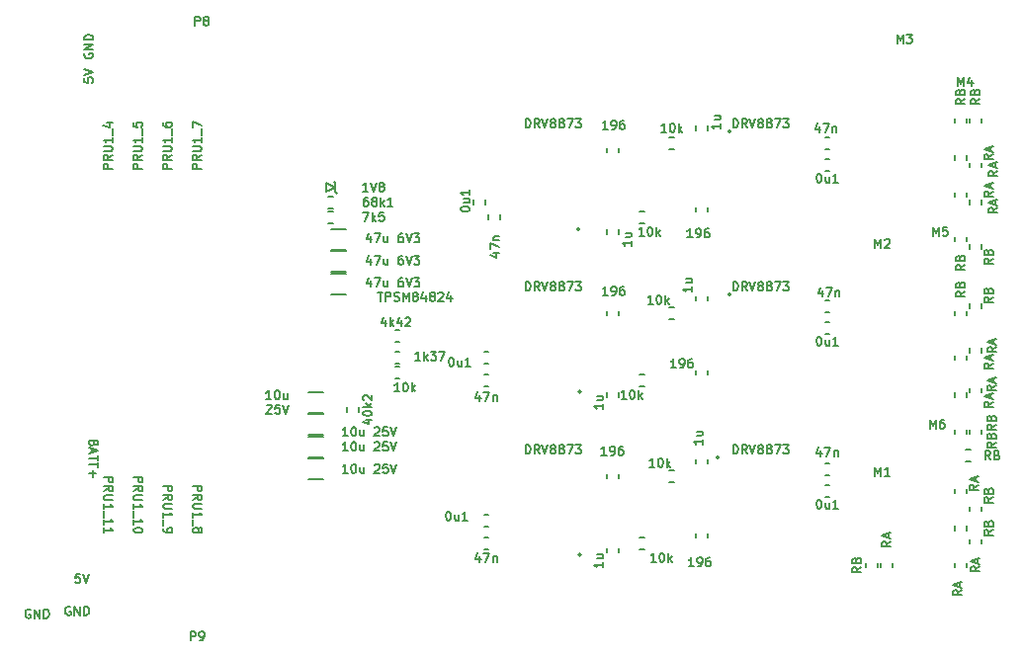
<source format=gbr>
%TF.GenerationSoftware,KiCad,Pcbnew,(6.0.7)*%
%TF.CreationDate,2022-09-24T01:25:37-04:00*%
%TF.ProjectId,motorBoard,6d6f746f-7242-46f6-9172-642e6b696361,rev?*%
%TF.SameCoordinates,Original*%
%TF.FileFunction,Legend,Top*%
%TF.FilePolarity,Positive*%
%FSLAX46Y46*%
G04 Gerber Fmt 4.6, Leading zero omitted, Abs format (unit mm)*
G04 Created by KiCad (PCBNEW (6.0.7)) date 2022-09-24 01:25:37*
%MOMM*%
%LPD*%
G01*
G04 APERTURE LIST*
%ADD10C,0.150000*%
%ADD11C,0.127000*%
%ADD12C,0.152400*%
G04 APERTURE END LIST*
D10*
X144780000Y-73279000D02*
G75*
G03*
X144780000Y-73279000I-127000J0D01*
G01*
D11*
X166243000Y-62039500D02*
X166243000Y-62420500D01*
X108585000Y-87376000D02*
X109855000Y-87376000D01*
X111887000Y-82994500D02*
X111887000Y-83375500D01*
X109855000Y-89154000D02*
X108585000Y-89154000D01*
X110490000Y-67691000D02*
X111760000Y-67691000D01*
X111760000Y-69469000D02*
X110490000Y-69469000D01*
X124968000Y-66484500D02*
X124968000Y-66865500D01*
X139509500Y-59817000D02*
X139890500Y-59817000D01*
X110299500Y-67183000D02*
X110680500Y-67183000D01*
X166243000Y-84899500D02*
X166243000Y-85280500D01*
X164973000Y-96329500D02*
X164973000Y-96710500D01*
X139509500Y-88392000D02*
X139890500Y-88392000D01*
X123634500Y-93218000D02*
X124015500Y-93218000D01*
X164973000Y-74739500D02*
X164973000Y-75120500D01*
X142748000Y-93789500D02*
X142748000Y-94170500D01*
X135128000Y-88709500D02*
X135128000Y-89090500D01*
X108585000Y-85471000D02*
X109855000Y-85471000D01*
X135128000Y-81724500D02*
X135128000Y-82105500D01*
X136969500Y-80137000D02*
X137350500Y-80137000D01*
X116014500Y-79248000D02*
X116395500Y-79248000D01*
X164973000Y-78549500D02*
X164973000Y-78930500D01*
D10*
X131826000Y-67691000D02*
G75*
G03*
X131826000Y-67691000I-127000J0D01*
G01*
D11*
X110490000Y-69596000D02*
X111760000Y-69596000D01*
X109855000Y-83439000D02*
X108585000Y-83439000D01*
X163957000Y-68389500D02*
X163957000Y-68770500D01*
X142748000Y-87439500D02*
X142748000Y-87820500D01*
X141732000Y-58864500D02*
X141732000Y-59245500D01*
X165227000Y-74104500D02*
X165227000Y-74485500D01*
X163957000Y-84899500D02*
X163957000Y-85280500D01*
X166243000Y-81343500D02*
X166243000Y-81724500D01*
X109855000Y-85344000D02*
X108585000Y-85344000D01*
X136969500Y-94107000D02*
X137350500Y-94107000D01*
X164973000Y-64579500D02*
X164973000Y-64960500D01*
X163957000Y-74739500D02*
X163957000Y-75120500D01*
X165227000Y-84899500D02*
X165227000Y-85280500D01*
X156337000Y-96329500D02*
X156337000Y-96710500D01*
X110299500Y-65913000D02*
X110680500Y-65913000D01*
X123698000Y-65214500D02*
X123698000Y-65595500D01*
D10*
X131953000Y-95631000D02*
G75*
G03*
X131953000Y-95631000I-127000J0D01*
G01*
D11*
X165227000Y-94297500D02*
X165227000Y-94678500D01*
X152844500Y-88773000D02*
X153225500Y-88773000D01*
X163957000Y-64579500D02*
X163957000Y-64960500D01*
X163957000Y-96329500D02*
X163957000Y-96710500D01*
X166243000Y-65214500D02*
X166243000Y-65595500D01*
X123634500Y-79248000D02*
X124015500Y-79248000D01*
X166243000Y-91503500D02*
X166243000Y-91884500D01*
X165227000Y-58229500D02*
X165227000Y-58610500D01*
X111760000Y-73279000D02*
X110490000Y-73279000D01*
X152844500Y-61722000D02*
X153225500Y-61722000D01*
X152844500Y-76708000D02*
X153225500Y-76708000D01*
X152844500Y-60833000D02*
X153225500Y-60833000D01*
X134112000Y-74739500D02*
X134112000Y-75120500D01*
X164973000Y-81724500D02*
X164973000Y-82105500D01*
X135128000Y-74739500D02*
X135128000Y-75120500D01*
D10*
X143764000Y-87249000D02*
G75*
G03*
X143764000Y-87249000I-127000J0D01*
G01*
D11*
X141732000Y-93789500D02*
X141732000Y-94170500D01*
X164973000Y-93154500D02*
X164973000Y-93535500D01*
X152844500Y-59817000D02*
X153225500Y-59817000D01*
D10*
X131953000Y-81661000D02*
G75*
G03*
X131953000Y-81661000I-127000J0D01*
G01*
D11*
X109855000Y-87249000D02*
X108585000Y-87249000D01*
X135128000Y-95059500D02*
X135128000Y-95440500D01*
X164973000Y-89979500D02*
X164973000Y-90360500D01*
X136969500Y-66167000D02*
X137350500Y-66167000D01*
X135128000Y-60769500D02*
X135128000Y-61150500D01*
X164973000Y-84899500D02*
X164973000Y-85280500D01*
X142748000Y-58864500D02*
X142748000Y-59245500D01*
X166243000Y-69024500D02*
X166243000Y-69405500D01*
X165227000Y-77914500D02*
X165227000Y-78295500D01*
X165227000Y-62039500D02*
X165227000Y-62420500D01*
X134112000Y-81724500D02*
X134112000Y-82105500D01*
X136969500Y-81153000D02*
X137350500Y-81153000D01*
D12*
X110871000Y-63754000D02*
X110744000Y-63627000D01*
D11*
X157607000Y-96329500D02*
X157607000Y-96710500D01*
X164973000Y-68389500D02*
X164973000Y-68770500D01*
X165227000Y-65214500D02*
X165227000Y-65595500D01*
D12*
X110109000Y-63754000D02*
X110871000Y-64135000D01*
D11*
X152844500Y-75692000D02*
X153225500Y-75692000D01*
X123634500Y-78232000D02*
X124015500Y-78232000D01*
X166243000Y-94297500D02*
X166243000Y-94678500D01*
X123634500Y-92202000D02*
X124015500Y-92202000D01*
X141732000Y-79819500D02*
X141732000Y-80200500D01*
X164909500Y-87630000D02*
X165290500Y-87630000D01*
X139509500Y-75438000D02*
X139890500Y-75438000D01*
X116014500Y-78232000D02*
X116395500Y-78232000D01*
X134112000Y-95059500D02*
X134112000Y-95440500D01*
D10*
X144780000Y-59309000D02*
G75*
G03*
X144780000Y-59309000I-127000J0D01*
G01*
D11*
X166243000Y-58229500D02*
X166243000Y-58610500D01*
X142748000Y-65849500D02*
X142748000Y-66230500D01*
X123952000Y-66484500D02*
X123952000Y-66865500D01*
X134112000Y-67754500D02*
X134112000Y-68135500D01*
X110299500Y-64897000D02*
X110680500Y-64897000D01*
X152844500Y-74803000D02*
X153225500Y-74803000D01*
X139509500Y-74422000D02*
X139890500Y-74422000D01*
X111760000Y-71374000D02*
X110490000Y-71374000D01*
X164973000Y-61404500D02*
X164973000Y-61785500D01*
X136969500Y-95123000D02*
X137350500Y-95123000D01*
X152844500Y-62738000D02*
X153225500Y-62738000D01*
X141732000Y-73469500D02*
X141732000Y-73850500D01*
X141732000Y-87439500D02*
X141732000Y-87820500D01*
X163957000Y-78549500D02*
X163957000Y-78930500D01*
X135128000Y-67754500D02*
X135128000Y-68135500D01*
X152844500Y-90678000D02*
X153225500Y-90678000D01*
D12*
X110871000Y-64135000D02*
X110109000Y-64516000D01*
D11*
X123634500Y-95123000D02*
X124015500Y-95123000D01*
X165227000Y-91503500D02*
X165227000Y-91884500D01*
X139509500Y-60833000D02*
X139890500Y-60833000D01*
X123634500Y-80137000D02*
X124015500Y-80137000D01*
X163957000Y-58229500D02*
X163957000Y-58610500D01*
D10*
X110871000Y-64516000D02*
X110871000Y-63754000D01*
D11*
X163957000Y-61404500D02*
X163957000Y-61785500D01*
X163957000Y-93154500D02*
X163957000Y-93535500D01*
X108585000Y-83566000D02*
X109855000Y-83566000D01*
X110299500Y-66167000D02*
X110680500Y-66167000D01*
X164909500Y-86614000D02*
X165290500Y-86614000D01*
X139509500Y-89408000D02*
X139890500Y-89408000D01*
X122682000Y-65214500D02*
X122682000Y-65595500D01*
X163957000Y-81724500D02*
X163957000Y-82105500D01*
X112903000Y-82994500D02*
X112903000Y-83375500D01*
X134112000Y-88709500D02*
X134112000Y-89090500D01*
X136969500Y-67183000D02*
X137350500Y-67183000D01*
X116014500Y-79502000D02*
X116395500Y-79502000D01*
X164973000Y-58229500D02*
X164973000Y-58610500D01*
X152844500Y-87757000D02*
X153225500Y-87757000D01*
D12*
X110109000Y-64516000D02*
X110109000Y-63754000D01*
D11*
X158623000Y-96329500D02*
X158623000Y-96710500D01*
X157353000Y-96329500D02*
X157353000Y-96710500D01*
X152844500Y-73787000D02*
X153225500Y-73787000D01*
X165227000Y-69024500D02*
X165227000Y-69405500D01*
X166243000Y-74104500D02*
X166243000Y-74485500D01*
X116014500Y-76327000D02*
X116395500Y-76327000D01*
X110490000Y-71501000D02*
X111760000Y-71501000D01*
X142748000Y-73469500D02*
X142748000Y-73850500D01*
X141732000Y-65849500D02*
X141732000Y-66230500D01*
D12*
X110871000Y-64516000D02*
X110998000Y-64643000D01*
D11*
X123634500Y-94107000D02*
X124015500Y-94107000D01*
X134112000Y-60769500D02*
X134112000Y-61150500D01*
X166243000Y-77914500D02*
X166243000Y-78295500D01*
X123634500Y-81153000D02*
X124015500Y-81153000D01*
X152844500Y-89662000D02*
X153225500Y-89662000D01*
X165227000Y-81343500D02*
X165227000Y-81724500D01*
X108585000Y-81661000D02*
X109855000Y-81661000D01*
X142748000Y-79819500D02*
X142748000Y-80200500D01*
X163957000Y-89979500D02*
X163957000Y-90360500D01*
X116014500Y-77343000D02*
X116395500Y-77343000D01*
X116014500Y-80518000D02*
X116395500Y-80518000D01*
D10*
X91784714Y-62563357D02*
X91022714Y-62563357D01*
X91022714Y-62273071D01*
X91059000Y-62200500D01*
X91095285Y-62164214D01*
X91167857Y-62127928D01*
X91276714Y-62127928D01*
X91349285Y-62164214D01*
X91385571Y-62200500D01*
X91421857Y-62273071D01*
X91421857Y-62563357D01*
X91784714Y-61365928D02*
X91421857Y-61619928D01*
X91784714Y-61801357D02*
X91022714Y-61801357D01*
X91022714Y-61511071D01*
X91059000Y-61438500D01*
X91095285Y-61402214D01*
X91167857Y-61365928D01*
X91276714Y-61365928D01*
X91349285Y-61402214D01*
X91385571Y-61438500D01*
X91421857Y-61511071D01*
X91421857Y-61801357D01*
X91022714Y-61039357D02*
X91639571Y-61039357D01*
X91712142Y-61003071D01*
X91748428Y-60966785D01*
X91784714Y-60894214D01*
X91784714Y-60749071D01*
X91748428Y-60676500D01*
X91712142Y-60640214D01*
X91639571Y-60603928D01*
X91022714Y-60603928D01*
X91784714Y-59841928D02*
X91784714Y-60277357D01*
X91784714Y-60059642D02*
X91022714Y-60059642D01*
X91131571Y-60132214D01*
X91204142Y-60204785D01*
X91240428Y-60277357D01*
X91857285Y-59696785D02*
X91857285Y-59116214D01*
X91276714Y-58608214D02*
X91784714Y-58608214D01*
X90986428Y-58789642D02*
X91530714Y-58971071D01*
X91530714Y-58499357D01*
X96864714Y-62563357D02*
X96102714Y-62563357D01*
X96102714Y-62273071D01*
X96139000Y-62200500D01*
X96175285Y-62164214D01*
X96247857Y-62127928D01*
X96356714Y-62127928D01*
X96429285Y-62164214D01*
X96465571Y-62200500D01*
X96501857Y-62273071D01*
X96501857Y-62563357D01*
X96864714Y-61365928D02*
X96501857Y-61619928D01*
X96864714Y-61801357D02*
X96102714Y-61801357D01*
X96102714Y-61511071D01*
X96139000Y-61438500D01*
X96175285Y-61402214D01*
X96247857Y-61365928D01*
X96356714Y-61365928D01*
X96429285Y-61402214D01*
X96465571Y-61438500D01*
X96501857Y-61511071D01*
X96501857Y-61801357D01*
X96102714Y-61039357D02*
X96719571Y-61039357D01*
X96792142Y-61003071D01*
X96828428Y-60966785D01*
X96864714Y-60894214D01*
X96864714Y-60749071D01*
X96828428Y-60676500D01*
X96792142Y-60640214D01*
X96719571Y-60603928D01*
X96102714Y-60603928D01*
X96864714Y-59841928D02*
X96864714Y-60277357D01*
X96864714Y-60059642D02*
X96102714Y-60059642D01*
X96211571Y-60132214D01*
X96284142Y-60204785D01*
X96320428Y-60277357D01*
X96937285Y-59696785D02*
X96937285Y-59116214D01*
X96102714Y-58608214D02*
X96102714Y-58753357D01*
X96139000Y-58825928D01*
X96175285Y-58862214D01*
X96284142Y-58934785D01*
X96429285Y-58971071D01*
X96719571Y-58971071D01*
X96792142Y-58934785D01*
X96828428Y-58898500D01*
X96864714Y-58825928D01*
X96864714Y-58680785D01*
X96828428Y-58608214D01*
X96792142Y-58571928D01*
X96719571Y-58535642D01*
X96538142Y-58535642D01*
X96465571Y-58571928D01*
X96429285Y-58608214D01*
X96393000Y-58680785D01*
X96393000Y-58825928D01*
X96429285Y-58898500D01*
X96465571Y-58934785D01*
X96538142Y-58971071D01*
X99404714Y-62563357D02*
X98642714Y-62563357D01*
X98642714Y-62273071D01*
X98679000Y-62200500D01*
X98715285Y-62164214D01*
X98787857Y-62127928D01*
X98896714Y-62127928D01*
X98969285Y-62164214D01*
X99005571Y-62200500D01*
X99041857Y-62273071D01*
X99041857Y-62563357D01*
X99404714Y-61365928D02*
X99041857Y-61619928D01*
X99404714Y-61801357D02*
X98642714Y-61801357D01*
X98642714Y-61511071D01*
X98679000Y-61438500D01*
X98715285Y-61402214D01*
X98787857Y-61365928D01*
X98896714Y-61365928D01*
X98969285Y-61402214D01*
X99005571Y-61438500D01*
X99041857Y-61511071D01*
X99041857Y-61801357D01*
X98642714Y-61039357D02*
X99259571Y-61039357D01*
X99332142Y-61003071D01*
X99368428Y-60966785D01*
X99404714Y-60894214D01*
X99404714Y-60749071D01*
X99368428Y-60676500D01*
X99332142Y-60640214D01*
X99259571Y-60603928D01*
X98642714Y-60603928D01*
X99404714Y-59841928D02*
X99404714Y-60277357D01*
X99404714Y-60059642D02*
X98642714Y-60059642D01*
X98751571Y-60132214D01*
X98824142Y-60204785D01*
X98860428Y-60277357D01*
X99477285Y-59696785D02*
X99477285Y-59116214D01*
X98642714Y-59007357D02*
X98642714Y-58499357D01*
X99404714Y-58825928D01*
X98715285Y-89709642D02*
X99477285Y-89709642D01*
X99477285Y-89999928D01*
X99441000Y-90072500D01*
X99404714Y-90108785D01*
X99332142Y-90145071D01*
X99223285Y-90145071D01*
X99150714Y-90108785D01*
X99114428Y-90072500D01*
X99078142Y-89999928D01*
X99078142Y-89709642D01*
X98715285Y-90907071D02*
X99078142Y-90653071D01*
X98715285Y-90471642D02*
X99477285Y-90471642D01*
X99477285Y-90761928D01*
X99441000Y-90834500D01*
X99404714Y-90870785D01*
X99332142Y-90907071D01*
X99223285Y-90907071D01*
X99150714Y-90870785D01*
X99114428Y-90834500D01*
X99078142Y-90761928D01*
X99078142Y-90471642D01*
X99477285Y-91233642D02*
X98860428Y-91233642D01*
X98787857Y-91269928D01*
X98751571Y-91306214D01*
X98715285Y-91378785D01*
X98715285Y-91523928D01*
X98751571Y-91596500D01*
X98787857Y-91632785D01*
X98860428Y-91669071D01*
X99477285Y-91669071D01*
X98715285Y-92431071D02*
X98715285Y-91995642D01*
X98715285Y-92213357D02*
X99477285Y-92213357D01*
X99368428Y-92140785D01*
X99295857Y-92068214D01*
X99259571Y-91995642D01*
X98642714Y-92576214D02*
X98642714Y-93156785D01*
X99150714Y-93447071D02*
X99187000Y-93374500D01*
X99223285Y-93338214D01*
X99295857Y-93301928D01*
X99332142Y-93301928D01*
X99404714Y-93338214D01*
X99441000Y-93374500D01*
X99477285Y-93447071D01*
X99477285Y-93592214D01*
X99441000Y-93664785D01*
X99404714Y-93701071D01*
X99332142Y-93737357D01*
X99295857Y-93737357D01*
X99223285Y-93701071D01*
X99187000Y-93664785D01*
X99150714Y-93592214D01*
X99150714Y-93447071D01*
X99114428Y-93374500D01*
X99078142Y-93338214D01*
X99005571Y-93301928D01*
X98860428Y-93301928D01*
X98787857Y-93338214D01*
X98751571Y-93374500D01*
X98715285Y-93447071D01*
X98715285Y-93592214D01*
X98751571Y-93664785D01*
X98787857Y-93701071D01*
X98860428Y-93737357D01*
X99005571Y-93737357D01*
X99078142Y-93701071D01*
X99114428Y-93664785D01*
X99150714Y-93592214D01*
X93635285Y-88983928D02*
X94397285Y-88983928D01*
X94397285Y-89274214D01*
X94361000Y-89346785D01*
X94324714Y-89383071D01*
X94252142Y-89419357D01*
X94143285Y-89419357D01*
X94070714Y-89383071D01*
X94034428Y-89346785D01*
X93998142Y-89274214D01*
X93998142Y-88983928D01*
X93635285Y-90181357D02*
X93998142Y-89927357D01*
X93635285Y-89745928D02*
X94397285Y-89745928D01*
X94397285Y-90036214D01*
X94361000Y-90108785D01*
X94324714Y-90145071D01*
X94252142Y-90181357D01*
X94143285Y-90181357D01*
X94070714Y-90145071D01*
X94034428Y-90108785D01*
X93998142Y-90036214D01*
X93998142Y-89745928D01*
X94397285Y-90507928D02*
X93780428Y-90507928D01*
X93707857Y-90544214D01*
X93671571Y-90580500D01*
X93635285Y-90653071D01*
X93635285Y-90798214D01*
X93671571Y-90870785D01*
X93707857Y-90907071D01*
X93780428Y-90943357D01*
X94397285Y-90943357D01*
X93635285Y-91705357D02*
X93635285Y-91269928D01*
X93635285Y-91487642D02*
X94397285Y-91487642D01*
X94288428Y-91415071D01*
X94215857Y-91342500D01*
X94179571Y-91269928D01*
X93562714Y-91850500D02*
X93562714Y-92431071D01*
X93635285Y-93011642D02*
X93635285Y-92576214D01*
X93635285Y-92793928D02*
X94397285Y-92793928D01*
X94288428Y-92721357D01*
X94215857Y-92648785D01*
X94179571Y-92576214D01*
X94397285Y-93483357D02*
X94397285Y-93555928D01*
X94361000Y-93628500D01*
X94324714Y-93664785D01*
X94252142Y-93701071D01*
X94107000Y-93737357D01*
X93925571Y-93737357D01*
X93780428Y-93701071D01*
X93707857Y-93664785D01*
X93671571Y-93628500D01*
X93635285Y-93555928D01*
X93635285Y-93483357D01*
X93671571Y-93410785D01*
X93707857Y-93374500D01*
X93780428Y-93338214D01*
X93925571Y-93301928D01*
X94107000Y-93301928D01*
X94252142Y-93338214D01*
X94324714Y-93374500D01*
X94361000Y-93410785D01*
X94397285Y-93483357D01*
X96175285Y-89709642D02*
X96937285Y-89709642D01*
X96937285Y-89999928D01*
X96901000Y-90072500D01*
X96864714Y-90108785D01*
X96792142Y-90145071D01*
X96683285Y-90145071D01*
X96610714Y-90108785D01*
X96574428Y-90072500D01*
X96538142Y-89999928D01*
X96538142Y-89709642D01*
X96175285Y-90907071D02*
X96538142Y-90653071D01*
X96175285Y-90471642D02*
X96937285Y-90471642D01*
X96937285Y-90761928D01*
X96901000Y-90834500D01*
X96864714Y-90870785D01*
X96792142Y-90907071D01*
X96683285Y-90907071D01*
X96610714Y-90870785D01*
X96574428Y-90834500D01*
X96538142Y-90761928D01*
X96538142Y-90471642D01*
X96937285Y-91233642D02*
X96320428Y-91233642D01*
X96247857Y-91269928D01*
X96211571Y-91306214D01*
X96175285Y-91378785D01*
X96175285Y-91523928D01*
X96211571Y-91596500D01*
X96247857Y-91632785D01*
X96320428Y-91669071D01*
X96937285Y-91669071D01*
X96175285Y-92431071D02*
X96175285Y-91995642D01*
X96175285Y-92213357D02*
X96937285Y-92213357D01*
X96828428Y-92140785D01*
X96755857Y-92068214D01*
X96719571Y-91995642D01*
X96102714Y-92576214D02*
X96102714Y-93156785D01*
X96175285Y-93374500D02*
X96175285Y-93519642D01*
X96211571Y-93592214D01*
X96247857Y-93628500D01*
X96356714Y-93701071D01*
X96501857Y-93737357D01*
X96792142Y-93737357D01*
X96864714Y-93701071D01*
X96901000Y-93664785D01*
X96937285Y-93592214D01*
X96937285Y-93447071D01*
X96901000Y-93374500D01*
X96864714Y-93338214D01*
X96792142Y-93301928D01*
X96610714Y-93301928D01*
X96538142Y-93338214D01*
X96501857Y-93374500D01*
X96465571Y-93447071D01*
X96465571Y-93592214D01*
X96501857Y-93664785D01*
X96538142Y-93701071D01*
X96610714Y-93737357D01*
X84763428Y-100330000D02*
X84690857Y-100293714D01*
X84582000Y-100293714D01*
X84473142Y-100330000D01*
X84400571Y-100402571D01*
X84364285Y-100475142D01*
X84328000Y-100620285D01*
X84328000Y-100729142D01*
X84364285Y-100874285D01*
X84400571Y-100946857D01*
X84473142Y-101019428D01*
X84582000Y-101055714D01*
X84654571Y-101055714D01*
X84763428Y-101019428D01*
X84799714Y-100983142D01*
X84799714Y-100729142D01*
X84654571Y-100729142D01*
X85126285Y-101055714D02*
X85126285Y-100293714D01*
X85561714Y-101055714D01*
X85561714Y-100293714D01*
X85924571Y-101055714D02*
X85924571Y-100293714D01*
X86106000Y-100293714D01*
X86214857Y-100330000D01*
X86287428Y-100402571D01*
X86323714Y-100475142D01*
X86360000Y-100620285D01*
X86360000Y-100729142D01*
X86323714Y-100874285D01*
X86287428Y-100946857D01*
X86214857Y-101019428D01*
X86106000Y-101055714D01*
X85924571Y-101055714D01*
X90224428Y-86051571D02*
X90188142Y-86160428D01*
X90151857Y-86196714D01*
X90079285Y-86233000D01*
X89970428Y-86233000D01*
X89897857Y-86196714D01*
X89861571Y-86160428D01*
X89825285Y-86087857D01*
X89825285Y-85797571D01*
X90587285Y-85797571D01*
X90587285Y-86051571D01*
X90551000Y-86124142D01*
X90514714Y-86160428D01*
X90442142Y-86196714D01*
X90369571Y-86196714D01*
X90297000Y-86160428D01*
X90260714Y-86124142D01*
X90224428Y-86051571D01*
X90224428Y-85797571D01*
X90043000Y-86523285D02*
X90043000Y-86886142D01*
X89825285Y-86450714D02*
X90587285Y-86704714D01*
X89825285Y-86958714D01*
X90587285Y-87103857D02*
X90587285Y-87539285D01*
X89825285Y-87321571D02*
X90587285Y-87321571D01*
X90587285Y-87684428D02*
X90587285Y-88119857D01*
X89825285Y-87902142D02*
X90587285Y-87902142D01*
X90115571Y-88373857D02*
X90115571Y-88954428D01*
X89825285Y-88664142D02*
X90405857Y-88664142D01*
X88192428Y-100076000D02*
X88119857Y-100039714D01*
X88011000Y-100039714D01*
X87902142Y-100076000D01*
X87829571Y-100148571D01*
X87793285Y-100221142D01*
X87757000Y-100366285D01*
X87757000Y-100475142D01*
X87793285Y-100620285D01*
X87829571Y-100692857D01*
X87902142Y-100765428D01*
X88011000Y-100801714D01*
X88083571Y-100801714D01*
X88192428Y-100765428D01*
X88228714Y-100729142D01*
X88228714Y-100475142D01*
X88083571Y-100475142D01*
X88555285Y-100801714D02*
X88555285Y-100039714D01*
X88990714Y-100801714D01*
X88990714Y-100039714D01*
X89353571Y-100801714D02*
X89353571Y-100039714D01*
X89535000Y-100039714D01*
X89643857Y-100076000D01*
X89716428Y-100148571D01*
X89752714Y-100221142D01*
X89789000Y-100366285D01*
X89789000Y-100475142D01*
X89752714Y-100620285D01*
X89716428Y-100692857D01*
X89643857Y-100765428D01*
X89535000Y-100801714D01*
X89353571Y-100801714D01*
X89008857Y-97245714D02*
X88646000Y-97245714D01*
X88609714Y-97608571D01*
X88646000Y-97572285D01*
X88718571Y-97536000D01*
X88900000Y-97536000D01*
X88972571Y-97572285D01*
X89008857Y-97608571D01*
X89045142Y-97681142D01*
X89045142Y-97862571D01*
X89008857Y-97935142D01*
X88972571Y-97971428D01*
X88900000Y-98007714D01*
X88718571Y-98007714D01*
X88646000Y-97971428D01*
X88609714Y-97935142D01*
X89262857Y-97245714D02*
X89516857Y-98007714D01*
X89770857Y-97245714D01*
X89408000Y-52650571D02*
X89371714Y-52723142D01*
X89371714Y-52832000D01*
X89408000Y-52940857D01*
X89480571Y-53013428D01*
X89553142Y-53049714D01*
X89698285Y-53086000D01*
X89807142Y-53086000D01*
X89952285Y-53049714D01*
X90024857Y-53013428D01*
X90097428Y-52940857D01*
X90133714Y-52832000D01*
X90133714Y-52759428D01*
X90097428Y-52650571D01*
X90061142Y-52614285D01*
X89807142Y-52614285D01*
X89807142Y-52759428D01*
X90133714Y-52287714D02*
X89371714Y-52287714D01*
X90133714Y-51852285D01*
X89371714Y-51852285D01*
X90133714Y-51489428D02*
X89371714Y-51489428D01*
X89371714Y-51308000D01*
X89408000Y-51199142D01*
X89480571Y-51126571D01*
X89553142Y-51090285D01*
X89698285Y-51054000D01*
X89807142Y-51054000D01*
X89952285Y-51090285D01*
X90024857Y-51126571D01*
X90097428Y-51199142D01*
X90133714Y-51308000D01*
X90133714Y-51489428D01*
X89371714Y-54755142D02*
X89371714Y-55118000D01*
X89734571Y-55154285D01*
X89698285Y-55118000D01*
X89662000Y-55045428D01*
X89662000Y-54864000D01*
X89698285Y-54791428D01*
X89734571Y-54755142D01*
X89807142Y-54718857D01*
X89988571Y-54718857D01*
X90061142Y-54755142D01*
X90097428Y-54791428D01*
X90133714Y-54864000D01*
X90133714Y-55045428D01*
X90097428Y-55118000D01*
X90061142Y-55154285D01*
X89371714Y-54501142D02*
X90133714Y-54247142D01*
X89371714Y-53993142D01*
X159022142Y-51779714D02*
X159022142Y-51017714D01*
X159276142Y-51562000D01*
X159530142Y-51017714D01*
X159530142Y-51779714D01*
X159820428Y-51017714D02*
X160292142Y-51017714D01*
X160038142Y-51308000D01*
X160147000Y-51308000D01*
X160219571Y-51344285D01*
X160255857Y-51380571D01*
X160292142Y-51453142D01*
X160292142Y-51634571D01*
X160255857Y-51707142D01*
X160219571Y-51743428D01*
X160147000Y-51779714D01*
X159929285Y-51779714D01*
X159856714Y-51743428D01*
X159820428Y-51707142D01*
X164229142Y-55462714D02*
X164229142Y-54700714D01*
X164483142Y-55245000D01*
X164737142Y-54700714D01*
X164737142Y-55462714D01*
X165426571Y-54954714D02*
X165426571Y-55462714D01*
X165245142Y-54664428D02*
X165063714Y-55208714D01*
X165535428Y-55208714D01*
X162070142Y-68289714D02*
X162070142Y-67527714D01*
X162324142Y-68072000D01*
X162578142Y-67527714D01*
X162578142Y-68289714D01*
X163303857Y-67527714D02*
X162941000Y-67527714D01*
X162904714Y-67890571D01*
X162941000Y-67854285D01*
X163013571Y-67818000D01*
X163195000Y-67818000D01*
X163267571Y-67854285D01*
X163303857Y-67890571D01*
X163340142Y-67963142D01*
X163340142Y-68144571D01*
X163303857Y-68217142D01*
X163267571Y-68253428D01*
X163195000Y-68289714D01*
X163013571Y-68289714D01*
X162941000Y-68253428D01*
X162904714Y-68217142D01*
X157117142Y-69305714D02*
X157117142Y-68543714D01*
X157371142Y-69088000D01*
X157625142Y-68543714D01*
X157625142Y-69305714D01*
X157951714Y-68616285D02*
X157988000Y-68580000D01*
X158060571Y-68543714D01*
X158242000Y-68543714D01*
X158314571Y-68580000D01*
X158350857Y-68616285D01*
X158387142Y-68688857D01*
X158387142Y-68761428D01*
X158350857Y-68870285D01*
X157915428Y-69305714D01*
X158387142Y-69305714D01*
X157117142Y-88863714D02*
X157117142Y-88101714D01*
X157371142Y-88646000D01*
X157625142Y-88101714D01*
X157625142Y-88863714D01*
X158387142Y-88863714D02*
X157951714Y-88863714D01*
X158169428Y-88863714D02*
X158169428Y-88101714D01*
X158096857Y-88210571D01*
X158024285Y-88283142D01*
X157951714Y-88319428D01*
X161816142Y-84799714D02*
X161816142Y-84037714D01*
X162070142Y-84582000D01*
X162324142Y-84037714D01*
X162324142Y-84799714D01*
X163013571Y-84037714D02*
X162868428Y-84037714D01*
X162795857Y-84074000D01*
X162759571Y-84110285D01*
X162687000Y-84219142D01*
X162650714Y-84364285D01*
X162650714Y-84654571D01*
X162687000Y-84727142D01*
X162723285Y-84763428D01*
X162795857Y-84799714D01*
X162941000Y-84799714D01*
X163013571Y-84763428D01*
X163049857Y-84727142D01*
X163086142Y-84654571D01*
X163086142Y-84473142D01*
X163049857Y-84400571D01*
X163013571Y-84364285D01*
X162941000Y-84328000D01*
X162795857Y-84328000D01*
X162723285Y-84364285D01*
X162687000Y-84400571D01*
X162650714Y-84473142D01*
X105403214Y-82281304D02*
X104967785Y-82281304D01*
X105185500Y-82281304D02*
X105185500Y-81519304D01*
X105112928Y-81628161D01*
X105040357Y-81700732D01*
X104967785Y-81737018D01*
X105874928Y-81519304D02*
X105947500Y-81519304D01*
X106020071Y-81555590D01*
X106056357Y-81591875D01*
X106092642Y-81664447D01*
X106128928Y-81809590D01*
X106128928Y-81991018D01*
X106092642Y-82136161D01*
X106056357Y-82208732D01*
X106020071Y-82245018D01*
X105947500Y-82281304D01*
X105874928Y-82281304D01*
X105802357Y-82245018D01*
X105766071Y-82208732D01*
X105729785Y-82136161D01*
X105693500Y-81991018D01*
X105693500Y-81809590D01*
X105729785Y-81664447D01*
X105766071Y-81591875D01*
X105802357Y-81555590D01*
X105874928Y-81519304D01*
X106782071Y-81773304D02*
X106782071Y-82281304D01*
X106455500Y-81773304D02*
X106455500Y-82172447D01*
X106491785Y-82245018D01*
X106564357Y-82281304D01*
X106673214Y-82281304D01*
X106745785Y-82245018D01*
X106782071Y-82208732D01*
X105004071Y-82818695D02*
X105040357Y-82782410D01*
X105112928Y-82746124D01*
X105294357Y-82746124D01*
X105366928Y-82782410D01*
X105403214Y-82818695D01*
X105439500Y-82891267D01*
X105439500Y-82963838D01*
X105403214Y-83072695D01*
X104967785Y-83508124D01*
X105439500Y-83508124D01*
X106128928Y-82746124D02*
X105766071Y-82746124D01*
X105729785Y-83108981D01*
X105766071Y-83072695D01*
X105838642Y-83036410D01*
X106020071Y-83036410D01*
X106092642Y-83072695D01*
X106128928Y-83108981D01*
X106165214Y-83181552D01*
X106165214Y-83362981D01*
X106128928Y-83435552D01*
X106092642Y-83471838D01*
X106020071Y-83508124D01*
X105838642Y-83508124D01*
X105766071Y-83471838D01*
X105729785Y-83435552D01*
X106382928Y-82746124D02*
X106636928Y-83508124D01*
X106890928Y-82746124D01*
X94324714Y-62563357D02*
X93562714Y-62563357D01*
X93562714Y-62273071D01*
X93599000Y-62200500D01*
X93635285Y-62164214D01*
X93707857Y-62127928D01*
X93816714Y-62127928D01*
X93889285Y-62164214D01*
X93925571Y-62200500D01*
X93961857Y-62273071D01*
X93961857Y-62563357D01*
X94324714Y-61365928D02*
X93961857Y-61619928D01*
X94324714Y-61801357D02*
X93562714Y-61801357D01*
X93562714Y-61511071D01*
X93599000Y-61438500D01*
X93635285Y-61402214D01*
X93707857Y-61365928D01*
X93816714Y-61365928D01*
X93889285Y-61402214D01*
X93925571Y-61438500D01*
X93961857Y-61511071D01*
X93961857Y-61801357D01*
X93562714Y-61039357D02*
X94179571Y-61039357D01*
X94252142Y-61003071D01*
X94288428Y-60966785D01*
X94324714Y-60894214D01*
X94324714Y-60749071D01*
X94288428Y-60676500D01*
X94252142Y-60640214D01*
X94179571Y-60603928D01*
X93562714Y-60603928D01*
X94324714Y-59841928D02*
X94324714Y-60277357D01*
X94324714Y-60059642D02*
X93562714Y-60059642D01*
X93671571Y-60132214D01*
X93744142Y-60204785D01*
X93780428Y-60277357D01*
X94397285Y-59696785D02*
X94397285Y-59116214D01*
X93562714Y-58571928D02*
X93562714Y-58934785D01*
X93925571Y-58971071D01*
X93889285Y-58934785D01*
X93853000Y-58862214D01*
X93853000Y-58680785D01*
X93889285Y-58608214D01*
X93925571Y-58571928D01*
X93998142Y-58535642D01*
X94179571Y-58535642D01*
X94252142Y-58571928D01*
X94288428Y-58608214D01*
X94324714Y-58680785D01*
X94324714Y-58862214D01*
X94288428Y-58934785D01*
X94252142Y-58971071D01*
X91095285Y-88983928D02*
X91857285Y-88983928D01*
X91857285Y-89274214D01*
X91821000Y-89346785D01*
X91784714Y-89383071D01*
X91712142Y-89419357D01*
X91603285Y-89419357D01*
X91530714Y-89383071D01*
X91494428Y-89346785D01*
X91458142Y-89274214D01*
X91458142Y-88983928D01*
X91095285Y-90181357D02*
X91458142Y-89927357D01*
X91095285Y-89745928D02*
X91857285Y-89745928D01*
X91857285Y-90036214D01*
X91821000Y-90108785D01*
X91784714Y-90145071D01*
X91712142Y-90181357D01*
X91603285Y-90181357D01*
X91530714Y-90145071D01*
X91494428Y-90108785D01*
X91458142Y-90036214D01*
X91458142Y-89745928D01*
X91857285Y-90507928D02*
X91240428Y-90507928D01*
X91167857Y-90544214D01*
X91131571Y-90580500D01*
X91095285Y-90653071D01*
X91095285Y-90798214D01*
X91131571Y-90870785D01*
X91167857Y-90907071D01*
X91240428Y-90943357D01*
X91857285Y-90943357D01*
X91095285Y-91705357D02*
X91095285Y-91269928D01*
X91095285Y-91487642D02*
X91857285Y-91487642D01*
X91748428Y-91415071D01*
X91675857Y-91342500D01*
X91639571Y-91269928D01*
X91022714Y-91850500D02*
X91022714Y-92431071D01*
X91095285Y-93011642D02*
X91095285Y-92576214D01*
X91095285Y-92793928D02*
X91857285Y-92793928D01*
X91748428Y-92721357D01*
X91675857Y-92648785D01*
X91639571Y-92576214D01*
X91095285Y-93737357D02*
X91095285Y-93301928D01*
X91095285Y-93519642D02*
X91857285Y-93519642D01*
X91748428Y-93447071D01*
X91675857Y-93374500D01*
X91639571Y-93301928D01*
%TO.C,P9*%
X98497571Y-102960714D02*
X98497571Y-102198714D01*
X98787857Y-102198714D01*
X98860428Y-102235000D01*
X98896714Y-102271285D01*
X98933000Y-102343857D01*
X98933000Y-102452714D01*
X98896714Y-102525285D01*
X98860428Y-102561571D01*
X98787857Y-102597857D01*
X98497571Y-102597857D01*
X99295857Y-102960714D02*
X99441000Y-102960714D01*
X99513571Y-102924428D01*
X99549857Y-102888142D01*
X99622428Y-102779285D01*
X99658714Y-102634142D01*
X99658714Y-102343857D01*
X99622428Y-102271285D01*
X99586142Y-102235000D01*
X99513571Y-102198714D01*
X99368428Y-102198714D01*
X99295857Y-102235000D01*
X99259571Y-102271285D01*
X99223285Y-102343857D01*
X99223285Y-102525285D01*
X99259571Y-102597857D01*
X99295857Y-102634142D01*
X99368428Y-102670428D01*
X99513571Y-102670428D01*
X99586142Y-102634142D01*
X99622428Y-102597857D01*
X99658714Y-102525285D01*
%TO.C,U301*%
X127181428Y-72988714D02*
X127181428Y-72226714D01*
X127362857Y-72226714D01*
X127471714Y-72263000D01*
X127544285Y-72335571D01*
X127580571Y-72408142D01*
X127616857Y-72553285D01*
X127616857Y-72662142D01*
X127580571Y-72807285D01*
X127544285Y-72879857D01*
X127471714Y-72952428D01*
X127362857Y-72988714D01*
X127181428Y-72988714D01*
X128378857Y-72988714D02*
X128124857Y-72625857D01*
X127943428Y-72988714D02*
X127943428Y-72226714D01*
X128233714Y-72226714D01*
X128306285Y-72263000D01*
X128342571Y-72299285D01*
X128378857Y-72371857D01*
X128378857Y-72480714D01*
X128342571Y-72553285D01*
X128306285Y-72589571D01*
X128233714Y-72625857D01*
X127943428Y-72625857D01*
X128596571Y-72226714D02*
X128850571Y-72988714D01*
X129104571Y-72226714D01*
X129467428Y-72553285D02*
X129394857Y-72517000D01*
X129358571Y-72480714D01*
X129322285Y-72408142D01*
X129322285Y-72371857D01*
X129358571Y-72299285D01*
X129394857Y-72263000D01*
X129467428Y-72226714D01*
X129612571Y-72226714D01*
X129685142Y-72263000D01*
X129721428Y-72299285D01*
X129757714Y-72371857D01*
X129757714Y-72408142D01*
X129721428Y-72480714D01*
X129685142Y-72517000D01*
X129612571Y-72553285D01*
X129467428Y-72553285D01*
X129394857Y-72589571D01*
X129358571Y-72625857D01*
X129322285Y-72698428D01*
X129322285Y-72843571D01*
X129358571Y-72916142D01*
X129394857Y-72952428D01*
X129467428Y-72988714D01*
X129612571Y-72988714D01*
X129685142Y-72952428D01*
X129721428Y-72916142D01*
X129757714Y-72843571D01*
X129757714Y-72698428D01*
X129721428Y-72625857D01*
X129685142Y-72589571D01*
X129612571Y-72553285D01*
X130193142Y-72553285D02*
X130120571Y-72517000D01*
X130084285Y-72480714D01*
X130048000Y-72408142D01*
X130048000Y-72371857D01*
X130084285Y-72299285D01*
X130120571Y-72263000D01*
X130193142Y-72226714D01*
X130338285Y-72226714D01*
X130410857Y-72263000D01*
X130447142Y-72299285D01*
X130483428Y-72371857D01*
X130483428Y-72408142D01*
X130447142Y-72480714D01*
X130410857Y-72517000D01*
X130338285Y-72553285D01*
X130193142Y-72553285D01*
X130120571Y-72589571D01*
X130084285Y-72625857D01*
X130048000Y-72698428D01*
X130048000Y-72843571D01*
X130084285Y-72916142D01*
X130120571Y-72952428D01*
X130193142Y-72988714D01*
X130338285Y-72988714D01*
X130410857Y-72952428D01*
X130447142Y-72916142D01*
X130483428Y-72843571D01*
X130483428Y-72698428D01*
X130447142Y-72625857D01*
X130410857Y-72589571D01*
X130338285Y-72553285D01*
X130737428Y-72226714D02*
X131245428Y-72226714D01*
X130918857Y-72988714D01*
X131463142Y-72226714D02*
X131934857Y-72226714D01*
X131680857Y-72517000D01*
X131789714Y-72517000D01*
X131862285Y-72553285D01*
X131898571Y-72589571D01*
X131934857Y-72662142D01*
X131934857Y-72843571D01*
X131898571Y-72916142D01*
X131862285Y-72952428D01*
X131789714Y-72988714D01*
X131572000Y-72988714D01*
X131499428Y-72952428D01*
X131463142Y-72916142D01*
%TO.C,U101*%
X114517714Y-73115714D02*
X114953142Y-73115714D01*
X114735428Y-73877714D02*
X114735428Y-73115714D01*
X115207142Y-73877714D02*
X115207142Y-73115714D01*
X115497428Y-73115714D01*
X115570000Y-73152000D01*
X115606285Y-73188285D01*
X115642571Y-73260857D01*
X115642571Y-73369714D01*
X115606285Y-73442285D01*
X115570000Y-73478571D01*
X115497428Y-73514857D01*
X115207142Y-73514857D01*
X115932857Y-73841428D02*
X116041714Y-73877714D01*
X116223142Y-73877714D01*
X116295714Y-73841428D01*
X116332000Y-73805142D01*
X116368285Y-73732571D01*
X116368285Y-73660000D01*
X116332000Y-73587428D01*
X116295714Y-73551142D01*
X116223142Y-73514857D01*
X116078000Y-73478571D01*
X116005428Y-73442285D01*
X115969142Y-73406000D01*
X115932857Y-73333428D01*
X115932857Y-73260857D01*
X115969142Y-73188285D01*
X116005428Y-73152000D01*
X116078000Y-73115714D01*
X116259428Y-73115714D01*
X116368285Y-73152000D01*
X116694857Y-73877714D02*
X116694857Y-73115714D01*
X116948857Y-73660000D01*
X117202857Y-73115714D01*
X117202857Y-73877714D01*
X117674571Y-73442285D02*
X117602000Y-73406000D01*
X117565714Y-73369714D01*
X117529428Y-73297142D01*
X117529428Y-73260857D01*
X117565714Y-73188285D01*
X117602000Y-73152000D01*
X117674571Y-73115714D01*
X117819714Y-73115714D01*
X117892285Y-73152000D01*
X117928571Y-73188285D01*
X117964857Y-73260857D01*
X117964857Y-73297142D01*
X117928571Y-73369714D01*
X117892285Y-73406000D01*
X117819714Y-73442285D01*
X117674571Y-73442285D01*
X117602000Y-73478571D01*
X117565714Y-73514857D01*
X117529428Y-73587428D01*
X117529428Y-73732571D01*
X117565714Y-73805142D01*
X117602000Y-73841428D01*
X117674571Y-73877714D01*
X117819714Y-73877714D01*
X117892285Y-73841428D01*
X117928571Y-73805142D01*
X117964857Y-73732571D01*
X117964857Y-73587428D01*
X117928571Y-73514857D01*
X117892285Y-73478571D01*
X117819714Y-73442285D01*
X118618000Y-73369714D02*
X118618000Y-73877714D01*
X118436571Y-73079428D02*
X118255142Y-73623714D01*
X118726857Y-73623714D01*
X119126000Y-73442285D02*
X119053428Y-73406000D01*
X119017142Y-73369714D01*
X118980857Y-73297142D01*
X118980857Y-73260857D01*
X119017142Y-73188285D01*
X119053428Y-73152000D01*
X119126000Y-73115714D01*
X119271142Y-73115714D01*
X119343714Y-73152000D01*
X119380000Y-73188285D01*
X119416285Y-73260857D01*
X119416285Y-73297142D01*
X119380000Y-73369714D01*
X119343714Y-73406000D01*
X119271142Y-73442285D01*
X119126000Y-73442285D01*
X119053428Y-73478571D01*
X119017142Y-73514857D01*
X118980857Y-73587428D01*
X118980857Y-73732571D01*
X119017142Y-73805142D01*
X119053428Y-73841428D01*
X119126000Y-73877714D01*
X119271142Y-73877714D01*
X119343714Y-73841428D01*
X119380000Y-73805142D01*
X119416285Y-73732571D01*
X119416285Y-73587428D01*
X119380000Y-73514857D01*
X119343714Y-73478571D01*
X119271142Y-73442285D01*
X119706571Y-73188285D02*
X119742857Y-73152000D01*
X119815428Y-73115714D01*
X119996857Y-73115714D01*
X120069428Y-73152000D01*
X120105714Y-73188285D01*
X120142000Y-73260857D01*
X120142000Y-73333428D01*
X120105714Y-73442285D01*
X119670285Y-73877714D01*
X120142000Y-73877714D01*
X120795142Y-73369714D02*
X120795142Y-73877714D01*
X120613714Y-73079428D02*
X120432285Y-73623714D01*
X120904000Y-73623714D01*
%TO.C,U201*%
X127181428Y-86958714D02*
X127181428Y-86196714D01*
X127362857Y-86196714D01*
X127471714Y-86233000D01*
X127544285Y-86305571D01*
X127580571Y-86378142D01*
X127616857Y-86523285D01*
X127616857Y-86632142D01*
X127580571Y-86777285D01*
X127544285Y-86849857D01*
X127471714Y-86922428D01*
X127362857Y-86958714D01*
X127181428Y-86958714D01*
X128378857Y-86958714D02*
X128124857Y-86595857D01*
X127943428Y-86958714D02*
X127943428Y-86196714D01*
X128233714Y-86196714D01*
X128306285Y-86233000D01*
X128342571Y-86269285D01*
X128378857Y-86341857D01*
X128378857Y-86450714D01*
X128342571Y-86523285D01*
X128306285Y-86559571D01*
X128233714Y-86595857D01*
X127943428Y-86595857D01*
X128596571Y-86196714D02*
X128850571Y-86958714D01*
X129104571Y-86196714D01*
X129467428Y-86523285D02*
X129394857Y-86487000D01*
X129358571Y-86450714D01*
X129322285Y-86378142D01*
X129322285Y-86341857D01*
X129358571Y-86269285D01*
X129394857Y-86233000D01*
X129467428Y-86196714D01*
X129612571Y-86196714D01*
X129685142Y-86233000D01*
X129721428Y-86269285D01*
X129757714Y-86341857D01*
X129757714Y-86378142D01*
X129721428Y-86450714D01*
X129685142Y-86487000D01*
X129612571Y-86523285D01*
X129467428Y-86523285D01*
X129394857Y-86559571D01*
X129358571Y-86595857D01*
X129322285Y-86668428D01*
X129322285Y-86813571D01*
X129358571Y-86886142D01*
X129394857Y-86922428D01*
X129467428Y-86958714D01*
X129612571Y-86958714D01*
X129685142Y-86922428D01*
X129721428Y-86886142D01*
X129757714Y-86813571D01*
X129757714Y-86668428D01*
X129721428Y-86595857D01*
X129685142Y-86559571D01*
X129612571Y-86523285D01*
X130193142Y-86523285D02*
X130120571Y-86487000D01*
X130084285Y-86450714D01*
X130048000Y-86378142D01*
X130048000Y-86341857D01*
X130084285Y-86269285D01*
X130120571Y-86233000D01*
X130193142Y-86196714D01*
X130338285Y-86196714D01*
X130410857Y-86233000D01*
X130447142Y-86269285D01*
X130483428Y-86341857D01*
X130483428Y-86378142D01*
X130447142Y-86450714D01*
X130410857Y-86487000D01*
X130338285Y-86523285D01*
X130193142Y-86523285D01*
X130120571Y-86559571D01*
X130084285Y-86595857D01*
X130048000Y-86668428D01*
X130048000Y-86813571D01*
X130084285Y-86886142D01*
X130120571Y-86922428D01*
X130193142Y-86958714D01*
X130338285Y-86958714D01*
X130410857Y-86922428D01*
X130447142Y-86886142D01*
X130483428Y-86813571D01*
X130483428Y-86668428D01*
X130447142Y-86595857D01*
X130410857Y-86559571D01*
X130338285Y-86523285D01*
X130737428Y-86196714D02*
X131245428Y-86196714D01*
X130918857Y-86958714D01*
X131463142Y-86196714D02*
X131934857Y-86196714D01*
X131680857Y-86487000D01*
X131789714Y-86487000D01*
X131862285Y-86523285D01*
X131898571Y-86559571D01*
X131934857Y-86632142D01*
X131934857Y-86813571D01*
X131898571Y-86886142D01*
X131862285Y-86922428D01*
X131789714Y-86958714D01*
X131572000Y-86958714D01*
X131499428Y-86922428D01*
X131463142Y-86886142D01*
%TO.C,U601*%
X144961428Y-72988714D02*
X144961428Y-72226714D01*
X145142857Y-72226714D01*
X145251714Y-72263000D01*
X145324285Y-72335571D01*
X145360571Y-72408142D01*
X145396857Y-72553285D01*
X145396857Y-72662142D01*
X145360571Y-72807285D01*
X145324285Y-72879857D01*
X145251714Y-72952428D01*
X145142857Y-72988714D01*
X144961428Y-72988714D01*
X146158857Y-72988714D02*
X145904857Y-72625857D01*
X145723428Y-72988714D02*
X145723428Y-72226714D01*
X146013714Y-72226714D01*
X146086285Y-72263000D01*
X146122571Y-72299285D01*
X146158857Y-72371857D01*
X146158857Y-72480714D01*
X146122571Y-72553285D01*
X146086285Y-72589571D01*
X146013714Y-72625857D01*
X145723428Y-72625857D01*
X146376571Y-72226714D02*
X146630571Y-72988714D01*
X146884571Y-72226714D01*
X147247428Y-72553285D02*
X147174857Y-72517000D01*
X147138571Y-72480714D01*
X147102285Y-72408142D01*
X147102285Y-72371857D01*
X147138571Y-72299285D01*
X147174857Y-72263000D01*
X147247428Y-72226714D01*
X147392571Y-72226714D01*
X147465142Y-72263000D01*
X147501428Y-72299285D01*
X147537714Y-72371857D01*
X147537714Y-72408142D01*
X147501428Y-72480714D01*
X147465142Y-72517000D01*
X147392571Y-72553285D01*
X147247428Y-72553285D01*
X147174857Y-72589571D01*
X147138571Y-72625857D01*
X147102285Y-72698428D01*
X147102285Y-72843571D01*
X147138571Y-72916142D01*
X147174857Y-72952428D01*
X147247428Y-72988714D01*
X147392571Y-72988714D01*
X147465142Y-72952428D01*
X147501428Y-72916142D01*
X147537714Y-72843571D01*
X147537714Y-72698428D01*
X147501428Y-72625857D01*
X147465142Y-72589571D01*
X147392571Y-72553285D01*
X147973142Y-72553285D02*
X147900571Y-72517000D01*
X147864285Y-72480714D01*
X147828000Y-72408142D01*
X147828000Y-72371857D01*
X147864285Y-72299285D01*
X147900571Y-72263000D01*
X147973142Y-72226714D01*
X148118285Y-72226714D01*
X148190857Y-72263000D01*
X148227142Y-72299285D01*
X148263428Y-72371857D01*
X148263428Y-72408142D01*
X148227142Y-72480714D01*
X148190857Y-72517000D01*
X148118285Y-72553285D01*
X147973142Y-72553285D01*
X147900571Y-72589571D01*
X147864285Y-72625857D01*
X147828000Y-72698428D01*
X147828000Y-72843571D01*
X147864285Y-72916142D01*
X147900571Y-72952428D01*
X147973142Y-72988714D01*
X148118285Y-72988714D01*
X148190857Y-72952428D01*
X148227142Y-72916142D01*
X148263428Y-72843571D01*
X148263428Y-72698428D01*
X148227142Y-72625857D01*
X148190857Y-72589571D01*
X148118285Y-72553285D01*
X148517428Y-72226714D02*
X149025428Y-72226714D01*
X148698857Y-72988714D01*
X149243142Y-72226714D02*
X149714857Y-72226714D01*
X149460857Y-72517000D01*
X149569714Y-72517000D01*
X149642285Y-72553285D01*
X149678571Y-72589571D01*
X149714857Y-72662142D01*
X149714857Y-72843571D01*
X149678571Y-72916142D01*
X149642285Y-72952428D01*
X149569714Y-72988714D01*
X149352000Y-72988714D01*
X149279428Y-72952428D01*
X149243142Y-72916142D01*
%TO.C,U501*%
X144961428Y-59018714D02*
X144961428Y-58256714D01*
X145142857Y-58256714D01*
X145251714Y-58293000D01*
X145324285Y-58365571D01*
X145360571Y-58438142D01*
X145396857Y-58583285D01*
X145396857Y-58692142D01*
X145360571Y-58837285D01*
X145324285Y-58909857D01*
X145251714Y-58982428D01*
X145142857Y-59018714D01*
X144961428Y-59018714D01*
X146158857Y-59018714D02*
X145904857Y-58655857D01*
X145723428Y-59018714D02*
X145723428Y-58256714D01*
X146013714Y-58256714D01*
X146086285Y-58293000D01*
X146122571Y-58329285D01*
X146158857Y-58401857D01*
X146158857Y-58510714D01*
X146122571Y-58583285D01*
X146086285Y-58619571D01*
X146013714Y-58655857D01*
X145723428Y-58655857D01*
X146376571Y-58256714D02*
X146630571Y-59018714D01*
X146884571Y-58256714D01*
X147247428Y-58583285D02*
X147174857Y-58547000D01*
X147138571Y-58510714D01*
X147102285Y-58438142D01*
X147102285Y-58401857D01*
X147138571Y-58329285D01*
X147174857Y-58293000D01*
X147247428Y-58256714D01*
X147392571Y-58256714D01*
X147465142Y-58293000D01*
X147501428Y-58329285D01*
X147537714Y-58401857D01*
X147537714Y-58438142D01*
X147501428Y-58510714D01*
X147465142Y-58547000D01*
X147392571Y-58583285D01*
X147247428Y-58583285D01*
X147174857Y-58619571D01*
X147138571Y-58655857D01*
X147102285Y-58728428D01*
X147102285Y-58873571D01*
X147138571Y-58946142D01*
X147174857Y-58982428D01*
X147247428Y-59018714D01*
X147392571Y-59018714D01*
X147465142Y-58982428D01*
X147501428Y-58946142D01*
X147537714Y-58873571D01*
X147537714Y-58728428D01*
X147501428Y-58655857D01*
X147465142Y-58619571D01*
X147392571Y-58583285D01*
X147973142Y-58583285D02*
X147900571Y-58547000D01*
X147864285Y-58510714D01*
X147828000Y-58438142D01*
X147828000Y-58401857D01*
X147864285Y-58329285D01*
X147900571Y-58293000D01*
X147973142Y-58256714D01*
X148118285Y-58256714D01*
X148190857Y-58293000D01*
X148227142Y-58329285D01*
X148263428Y-58401857D01*
X148263428Y-58438142D01*
X148227142Y-58510714D01*
X148190857Y-58547000D01*
X148118285Y-58583285D01*
X147973142Y-58583285D01*
X147900571Y-58619571D01*
X147864285Y-58655857D01*
X147828000Y-58728428D01*
X147828000Y-58873571D01*
X147864285Y-58946142D01*
X147900571Y-58982428D01*
X147973142Y-59018714D01*
X148118285Y-59018714D01*
X148190857Y-58982428D01*
X148227142Y-58946142D01*
X148263428Y-58873571D01*
X148263428Y-58728428D01*
X148227142Y-58655857D01*
X148190857Y-58619571D01*
X148118285Y-58583285D01*
X148517428Y-58256714D02*
X149025428Y-58256714D01*
X148698857Y-59018714D01*
X149243142Y-58256714D02*
X149714857Y-58256714D01*
X149460857Y-58547000D01*
X149569714Y-58547000D01*
X149642285Y-58583285D01*
X149678571Y-58619571D01*
X149714857Y-58692142D01*
X149714857Y-58873571D01*
X149678571Y-58946142D01*
X149642285Y-58982428D01*
X149569714Y-59018714D01*
X149352000Y-59018714D01*
X149279428Y-58982428D01*
X149243142Y-58946142D01*
%TO.C,P8*%
X98878571Y-50255714D02*
X98878571Y-49493714D01*
X99168857Y-49493714D01*
X99241428Y-49530000D01*
X99277714Y-49566285D01*
X99314000Y-49638857D01*
X99314000Y-49747714D01*
X99277714Y-49820285D01*
X99241428Y-49856571D01*
X99168857Y-49892857D01*
X98878571Y-49892857D01*
X99749428Y-49820285D02*
X99676857Y-49784000D01*
X99640571Y-49747714D01*
X99604285Y-49675142D01*
X99604285Y-49638857D01*
X99640571Y-49566285D01*
X99676857Y-49530000D01*
X99749428Y-49493714D01*
X99894571Y-49493714D01*
X99967142Y-49530000D01*
X100003428Y-49566285D01*
X100039714Y-49638857D01*
X100039714Y-49675142D01*
X100003428Y-49747714D01*
X99967142Y-49784000D01*
X99894571Y-49820285D01*
X99749428Y-49820285D01*
X99676857Y-49856571D01*
X99640571Y-49892857D01*
X99604285Y-49965428D01*
X99604285Y-50110571D01*
X99640571Y-50183142D01*
X99676857Y-50219428D01*
X99749428Y-50255714D01*
X99894571Y-50255714D01*
X99967142Y-50219428D01*
X100003428Y-50183142D01*
X100039714Y-50110571D01*
X100039714Y-49965428D01*
X100003428Y-49892857D01*
X99967142Y-49856571D01*
X99894571Y-49820285D01*
%TO.C,R205*%
X158459714Y-94451714D02*
X158096857Y-94705714D01*
X158459714Y-94887142D02*
X157697714Y-94887142D01*
X157697714Y-94596857D01*
X157734000Y-94524285D01*
X157770285Y-94488000D01*
X157842857Y-94451714D01*
X157951714Y-94451714D01*
X158024285Y-94488000D01*
X158060571Y-94524285D01*
X158096857Y-94596857D01*
X158096857Y-94887142D01*
X158242000Y-94161428D02*
X158242000Y-93798571D01*
X158459714Y-94234000D02*
X157697714Y-93980000D01*
X158459714Y-93726000D01*
%TO.C,U401*%
X127181428Y-59018714D02*
X127181428Y-58256714D01*
X127362857Y-58256714D01*
X127471714Y-58293000D01*
X127544285Y-58365571D01*
X127580571Y-58438142D01*
X127616857Y-58583285D01*
X127616857Y-58692142D01*
X127580571Y-58837285D01*
X127544285Y-58909857D01*
X127471714Y-58982428D01*
X127362857Y-59018714D01*
X127181428Y-59018714D01*
X128378857Y-59018714D02*
X128124857Y-58655857D01*
X127943428Y-59018714D02*
X127943428Y-58256714D01*
X128233714Y-58256714D01*
X128306285Y-58293000D01*
X128342571Y-58329285D01*
X128378857Y-58401857D01*
X128378857Y-58510714D01*
X128342571Y-58583285D01*
X128306285Y-58619571D01*
X128233714Y-58655857D01*
X127943428Y-58655857D01*
X128596571Y-58256714D02*
X128850571Y-59018714D01*
X129104571Y-58256714D01*
X129467428Y-58583285D02*
X129394857Y-58547000D01*
X129358571Y-58510714D01*
X129322285Y-58438142D01*
X129322285Y-58401857D01*
X129358571Y-58329285D01*
X129394857Y-58293000D01*
X129467428Y-58256714D01*
X129612571Y-58256714D01*
X129685142Y-58293000D01*
X129721428Y-58329285D01*
X129757714Y-58401857D01*
X129757714Y-58438142D01*
X129721428Y-58510714D01*
X129685142Y-58547000D01*
X129612571Y-58583285D01*
X129467428Y-58583285D01*
X129394857Y-58619571D01*
X129358571Y-58655857D01*
X129322285Y-58728428D01*
X129322285Y-58873571D01*
X129358571Y-58946142D01*
X129394857Y-58982428D01*
X129467428Y-59018714D01*
X129612571Y-59018714D01*
X129685142Y-58982428D01*
X129721428Y-58946142D01*
X129757714Y-58873571D01*
X129757714Y-58728428D01*
X129721428Y-58655857D01*
X129685142Y-58619571D01*
X129612571Y-58583285D01*
X130193142Y-58583285D02*
X130120571Y-58547000D01*
X130084285Y-58510714D01*
X130048000Y-58438142D01*
X130048000Y-58401857D01*
X130084285Y-58329285D01*
X130120571Y-58293000D01*
X130193142Y-58256714D01*
X130338285Y-58256714D01*
X130410857Y-58293000D01*
X130447142Y-58329285D01*
X130483428Y-58401857D01*
X130483428Y-58438142D01*
X130447142Y-58510714D01*
X130410857Y-58547000D01*
X130338285Y-58583285D01*
X130193142Y-58583285D01*
X130120571Y-58619571D01*
X130084285Y-58655857D01*
X130048000Y-58728428D01*
X130048000Y-58873571D01*
X130084285Y-58946142D01*
X130120571Y-58982428D01*
X130193142Y-59018714D01*
X130338285Y-59018714D01*
X130410857Y-58982428D01*
X130447142Y-58946142D01*
X130483428Y-58873571D01*
X130483428Y-58728428D01*
X130447142Y-58655857D01*
X130410857Y-58619571D01*
X130338285Y-58583285D01*
X130737428Y-58256714D02*
X131245428Y-58256714D01*
X130918857Y-59018714D01*
X131463142Y-58256714D02*
X131934857Y-58256714D01*
X131680857Y-58547000D01*
X131789714Y-58547000D01*
X131862285Y-58583285D01*
X131898571Y-58619571D01*
X131934857Y-58692142D01*
X131934857Y-58873571D01*
X131898571Y-58946142D01*
X131862285Y-58982428D01*
X131789714Y-59018714D01*
X131572000Y-59018714D01*
X131499428Y-58982428D01*
X131463142Y-58946142D01*
%TO.C,C603*%
X152291142Y-76925714D02*
X152363714Y-76925714D01*
X152436285Y-76962000D01*
X152472571Y-76998285D01*
X152508857Y-77070857D01*
X152545142Y-77216000D01*
X152545142Y-77397428D01*
X152508857Y-77542571D01*
X152472571Y-77615142D01*
X152436285Y-77651428D01*
X152363714Y-77687714D01*
X152291142Y-77687714D01*
X152218571Y-77651428D01*
X152182285Y-77615142D01*
X152146000Y-77542571D01*
X152109714Y-77397428D01*
X152109714Y-77216000D01*
X152146000Y-77070857D01*
X152182285Y-76998285D01*
X152218571Y-76962000D01*
X152291142Y-76925714D01*
X153198285Y-77179714D02*
X153198285Y-77687714D01*
X152871714Y-77179714D02*
X152871714Y-77578857D01*
X152908000Y-77651428D01*
X152980571Y-77687714D01*
X153089428Y-77687714D01*
X153162000Y-77651428D01*
X153198285Y-77615142D01*
X153960285Y-77687714D02*
X153524857Y-77687714D01*
X153742571Y-77687714D02*
X153742571Y-76925714D01*
X153670000Y-77034571D01*
X153597428Y-77107142D01*
X153524857Y-77143428D01*
%TO.C,R306*%
X167476714Y-84473142D02*
X167113857Y-84727142D01*
X167476714Y-84908571D02*
X166714714Y-84908571D01*
X166714714Y-84618285D01*
X166751000Y-84545714D01*
X166787285Y-84509428D01*
X166859857Y-84473142D01*
X166968714Y-84473142D01*
X167041285Y-84509428D01*
X167077571Y-84545714D01*
X167113857Y-84618285D01*
X167113857Y-84908571D01*
X167077571Y-83892571D02*
X167113857Y-83783714D01*
X167150142Y-83747428D01*
X167222714Y-83711142D01*
X167331571Y-83711142D01*
X167404142Y-83747428D01*
X167440428Y-83783714D01*
X167476714Y-83856285D01*
X167476714Y-84146571D01*
X166714714Y-84146571D01*
X166714714Y-83892571D01*
X166751000Y-83820000D01*
X166787285Y-83783714D01*
X166859857Y-83747428D01*
X166932428Y-83747428D01*
X167005000Y-83783714D01*
X167041285Y-83820000D01*
X167077571Y-83892571D01*
X167077571Y-84146571D01*
%TO.C,R302*%
X134239000Y-73369714D02*
X133803571Y-73369714D01*
X134021285Y-73369714D02*
X134021285Y-72607714D01*
X133948714Y-72716571D01*
X133876142Y-72789142D01*
X133803571Y-72825428D01*
X134601857Y-73369714D02*
X134747000Y-73369714D01*
X134819571Y-73333428D01*
X134855857Y-73297142D01*
X134928428Y-73188285D01*
X134964714Y-73043142D01*
X134964714Y-72752857D01*
X134928428Y-72680285D01*
X134892142Y-72644000D01*
X134819571Y-72607714D01*
X134674428Y-72607714D01*
X134601857Y-72644000D01*
X134565571Y-72680285D01*
X134529285Y-72752857D01*
X134529285Y-72934285D01*
X134565571Y-73006857D01*
X134601857Y-73043142D01*
X134674428Y-73079428D01*
X134819571Y-73079428D01*
X134892142Y-73043142D01*
X134928428Y-73006857D01*
X134964714Y-72934285D01*
X135617857Y-72607714D02*
X135472714Y-72607714D01*
X135400142Y-72644000D01*
X135363857Y-72680285D01*
X135291285Y-72789142D01*
X135255000Y-72934285D01*
X135255000Y-73224571D01*
X135291285Y-73297142D01*
X135327571Y-73333428D01*
X135400142Y-73369714D01*
X135545285Y-73369714D01*
X135617857Y-73333428D01*
X135654142Y-73297142D01*
X135690428Y-73224571D01*
X135690428Y-73043142D01*
X135654142Y-72970571D01*
X135617857Y-72934285D01*
X135545285Y-72898000D01*
X135400142Y-72898000D01*
X135327571Y-72934285D01*
X135291285Y-72970571D01*
X135255000Y-73043142D01*
%TO.C,C703*%
X152291142Y-90895714D02*
X152363714Y-90895714D01*
X152436285Y-90932000D01*
X152472571Y-90968285D01*
X152508857Y-91040857D01*
X152545142Y-91186000D01*
X152545142Y-91367428D01*
X152508857Y-91512571D01*
X152472571Y-91585142D01*
X152436285Y-91621428D01*
X152363714Y-91657714D01*
X152291142Y-91657714D01*
X152218571Y-91621428D01*
X152182285Y-91585142D01*
X152146000Y-91512571D01*
X152109714Y-91367428D01*
X152109714Y-91186000D01*
X152146000Y-91040857D01*
X152182285Y-90968285D01*
X152218571Y-90932000D01*
X152291142Y-90895714D01*
X153198285Y-91149714D02*
X153198285Y-91657714D01*
X152871714Y-91149714D02*
X152871714Y-91548857D01*
X152908000Y-91621428D01*
X152980571Y-91657714D01*
X153089428Y-91657714D01*
X153162000Y-91621428D01*
X153198285Y-91585142D01*
X153960285Y-91657714D02*
X153524857Y-91657714D01*
X153742571Y-91657714D02*
X153742571Y-90895714D01*
X153670000Y-91004571D01*
X153597428Y-91077142D01*
X153524857Y-91113428D01*
%TO.C,C702*%
X142330714Y-85725000D02*
X142330714Y-86160428D01*
X142330714Y-85942714D02*
X141568714Y-85942714D01*
X141677571Y-86015285D01*
X141750142Y-86087857D01*
X141786428Y-86160428D01*
X141822714Y-85071857D02*
X142330714Y-85071857D01*
X141822714Y-85398428D02*
X142221857Y-85398428D01*
X142294428Y-85362142D01*
X142330714Y-85289571D01*
X142330714Y-85180714D01*
X142294428Y-85108142D01*
X142258142Y-85071857D01*
%TO.C,C701*%
X152472571Y-86671714D02*
X152472571Y-87179714D01*
X152291142Y-86381428D02*
X152109714Y-86925714D01*
X152581428Y-86925714D01*
X152799142Y-86417714D02*
X153307142Y-86417714D01*
X152980571Y-87179714D01*
X153597428Y-86671714D02*
X153597428Y-87179714D01*
X153597428Y-86744285D02*
X153633714Y-86708000D01*
X153706285Y-86671714D01*
X153815142Y-86671714D01*
X153887714Y-86708000D01*
X153924000Y-86780571D01*
X153924000Y-87179714D01*
%TO.C,R702*%
X141605000Y-96610714D02*
X141169571Y-96610714D01*
X141387285Y-96610714D02*
X141387285Y-95848714D01*
X141314714Y-95957571D01*
X141242142Y-96030142D01*
X141169571Y-96066428D01*
X141967857Y-96610714D02*
X142113000Y-96610714D01*
X142185571Y-96574428D01*
X142221857Y-96538142D01*
X142294428Y-96429285D01*
X142330714Y-96284142D01*
X142330714Y-95993857D01*
X142294428Y-95921285D01*
X142258142Y-95885000D01*
X142185571Y-95848714D01*
X142040428Y-95848714D01*
X141967857Y-95885000D01*
X141931571Y-95921285D01*
X141895285Y-95993857D01*
X141895285Y-96175285D01*
X141931571Y-96247857D01*
X141967857Y-96284142D01*
X142040428Y-96320428D01*
X142185571Y-96320428D01*
X142258142Y-96284142D01*
X142294428Y-96247857D01*
X142330714Y-96175285D01*
X142983857Y-95848714D02*
X142838714Y-95848714D01*
X142766142Y-95885000D01*
X142729857Y-95921285D01*
X142657285Y-96030142D01*
X142621000Y-96175285D01*
X142621000Y-96465571D01*
X142657285Y-96538142D01*
X142693571Y-96574428D01*
X142766142Y-96610714D01*
X142911285Y-96610714D01*
X142983857Y-96574428D01*
X143020142Y-96538142D01*
X143056428Y-96465571D01*
X143056428Y-96284142D01*
X143020142Y-96211571D01*
X142983857Y-96175285D01*
X142911285Y-96139000D01*
X142766142Y-96139000D01*
X142693571Y-96175285D01*
X142657285Y-96211571D01*
X142621000Y-96284142D01*
%TO.C,U701*%
X144961428Y-86958714D02*
X144961428Y-86196714D01*
X145142857Y-86196714D01*
X145251714Y-86233000D01*
X145324285Y-86305571D01*
X145360571Y-86378142D01*
X145396857Y-86523285D01*
X145396857Y-86632142D01*
X145360571Y-86777285D01*
X145324285Y-86849857D01*
X145251714Y-86922428D01*
X145142857Y-86958714D01*
X144961428Y-86958714D01*
X146158857Y-86958714D02*
X145904857Y-86595857D01*
X145723428Y-86958714D02*
X145723428Y-86196714D01*
X146013714Y-86196714D01*
X146086285Y-86233000D01*
X146122571Y-86269285D01*
X146158857Y-86341857D01*
X146158857Y-86450714D01*
X146122571Y-86523285D01*
X146086285Y-86559571D01*
X146013714Y-86595857D01*
X145723428Y-86595857D01*
X146376571Y-86196714D02*
X146630571Y-86958714D01*
X146884571Y-86196714D01*
X147247428Y-86523285D02*
X147174857Y-86487000D01*
X147138571Y-86450714D01*
X147102285Y-86378142D01*
X147102285Y-86341857D01*
X147138571Y-86269285D01*
X147174857Y-86233000D01*
X147247428Y-86196714D01*
X147392571Y-86196714D01*
X147465142Y-86233000D01*
X147501428Y-86269285D01*
X147537714Y-86341857D01*
X147537714Y-86378142D01*
X147501428Y-86450714D01*
X147465142Y-86487000D01*
X147392571Y-86523285D01*
X147247428Y-86523285D01*
X147174857Y-86559571D01*
X147138571Y-86595857D01*
X147102285Y-86668428D01*
X147102285Y-86813571D01*
X147138571Y-86886142D01*
X147174857Y-86922428D01*
X147247428Y-86958714D01*
X147392571Y-86958714D01*
X147465142Y-86922428D01*
X147501428Y-86886142D01*
X147537714Y-86813571D01*
X147537714Y-86668428D01*
X147501428Y-86595857D01*
X147465142Y-86559571D01*
X147392571Y-86523285D01*
X147973142Y-86523285D02*
X147900571Y-86487000D01*
X147864285Y-86450714D01*
X147828000Y-86378142D01*
X147828000Y-86341857D01*
X147864285Y-86269285D01*
X147900571Y-86233000D01*
X147973142Y-86196714D01*
X148118285Y-86196714D01*
X148190857Y-86233000D01*
X148227142Y-86269285D01*
X148263428Y-86341857D01*
X148263428Y-86378142D01*
X148227142Y-86450714D01*
X148190857Y-86487000D01*
X148118285Y-86523285D01*
X147973142Y-86523285D01*
X147900571Y-86559571D01*
X147864285Y-86595857D01*
X147828000Y-86668428D01*
X147828000Y-86813571D01*
X147864285Y-86886142D01*
X147900571Y-86922428D01*
X147973142Y-86958714D01*
X148118285Y-86958714D01*
X148190857Y-86922428D01*
X148227142Y-86886142D01*
X148263428Y-86813571D01*
X148263428Y-86668428D01*
X148227142Y-86595857D01*
X148190857Y-86559571D01*
X148118285Y-86523285D01*
X148517428Y-86196714D02*
X149025428Y-86196714D01*
X148698857Y-86958714D01*
X149243142Y-86196714D02*
X149714857Y-86196714D01*
X149460857Y-86487000D01*
X149569714Y-86487000D01*
X149642285Y-86523285D01*
X149678571Y-86559571D01*
X149714857Y-86632142D01*
X149714857Y-86813571D01*
X149678571Y-86886142D01*
X149642285Y-86922428D01*
X149569714Y-86958714D01*
X149352000Y-86958714D01*
X149279428Y-86922428D01*
X149243142Y-86886142D01*
%TO.C,C503*%
X152291142Y-62955714D02*
X152363714Y-62955714D01*
X152436285Y-62992000D01*
X152472571Y-63028285D01*
X152508857Y-63100857D01*
X152545142Y-63246000D01*
X152545142Y-63427428D01*
X152508857Y-63572571D01*
X152472571Y-63645142D01*
X152436285Y-63681428D01*
X152363714Y-63717714D01*
X152291142Y-63717714D01*
X152218571Y-63681428D01*
X152182285Y-63645142D01*
X152146000Y-63572571D01*
X152109714Y-63427428D01*
X152109714Y-63246000D01*
X152146000Y-63100857D01*
X152182285Y-63028285D01*
X152218571Y-62992000D01*
X152291142Y-62955714D01*
X153198285Y-63209714D02*
X153198285Y-63717714D01*
X152871714Y-63209714D02*
X152871714Y-63608857D01*
X152908000Y-63681428D01*
X152980571Y-63717714D01*
X153089428Y-63717714D01*
X153162000Y-63681428D01*
X153198285Y-63645142D01*
X153960285Y-63717714D02*
X153524857Y-63717714D01*
X153742571Y-63717714D02*
X153742571Y-62955714D01*
X153670000Y-63064571D01*
X153597428Y-63137142D01*
X153524857Y-63173428D01*
%TO.C,R303*%
X167509714Y-77814714D02*
X167146857Y-78068714D01*
X167509714Y-78250142D02*
X166747714Y-78250142D01*
X166747714Y-77959857D01*
X166784000Y-77887285D01*
X166820285Y-77851000D01*
X166892857Y-77814714D01*
X167001714Y-77814714D01*
X167074285Y-77851000D01*
X167110571Y-77887285D01*
X167146857Y-77959857D01*
X167146857Y-78250142D01*
X167292000Y-77524428D02*
X167292000Y-77161571D01*
X167509714Y-77597000D02*
X166747714Y-77343000D01*
X167509714Y-77089000D01*
%TO.C,R405*%
X167222714Y-64479714D02*
X166859857Y-64733714D01*
X167222714Y-64915142D02*
X166460714Y-64915142D01*
X166460714Y-64624857D01*
X166497000Y-64552285D01*
X166533285Y-64516000D01*
X166605857Y-64479714D01*
X166714714Y-64479714D01*
X166787285Y-64516000D01*
X166823571Y-64552285D01*
X166859857Y-64624857D01*
X166859857Y-64915142D01*
X167005000Y-64189428D02*
X167005000Y-63826571D01*
X167222714Y-64262000D02*
X166460714Y-64008000D01*
X167222714Y-63754000D01*
%TO.C,R406*%
X164809714Y-70757142D02*
X164446857Y-71011142D01*
X164809714Y-71192571D02*
X164047714Y-71192571D01*
X164047714Y-70902285D01*
X164084000Y-70829714D01*
X164120285Y-70793428D01*
X164192857Y-70757142D01*
X164301714Y-70757142D01*
X164374285Y-70793428D01*
X164410571Y-70829714D01*
X164446857Y-70902285D01*
X164446857Y-71192571D01*
X164410571Y-70176571D02*
X164446857Y-70067714D01*
X164483142Y-70031428D01*
X164555714Y-69995142D01*
X164664571Y-69995142D01*
X164737142Y-70031428D01*
X164773428Y-70067714D01*
X164809714Y-70140285D01*
X164809714Y-70430571D01*
X164047714Y-70430571D01*
X164047714Y-70176571D01*
X164084000Y-70104000D01*
X164120285Y-70067714D01*
X164192857Y-70031428D01*
X164265428Y-70031428D01*
X164338000Y-70067714D01*
X164374285Y-70104000D01*
X164410571Y-70176571D01*
X164410571Y-70430571D01*
%TO.C,R503*%
X167603714Y-62701714D02*
X167240857Y-62955714D01*
X167603714Y-63137142D02*
X166841714Y-63137142D01*
X166841714Y-62846857D01*
X166878000Y-62774285D01*
X166914285Y-62738000D01*
X166986857Y-62701714D01*
X167095714Y-62701714D01*
X167168285Y-62738000D01*
X167204571Y-62774285D01*
X167240857Y-62846857D01*
X167240857Y-63137142D01*
X167386000Y-62411428D02*
X167386000Y-62048571D01*
X167603714Y-62484000D02*
X166841714Y-62230000D01*
X167603714Y-61976000D01*
%TO.C,R504*%
X166079714Y-56533142D02*
X165716857Y-56787142D01*
X166079714Y-56968571D02*
X165317714Y-56968571D01*
X165317714Y-56678285D01*
X165354000Y-56605714D01*
X165390285Y-56569428D01*
X165462857Y-56533142D01*
X165571714Y-56533142D01*
X165644285Y-56569428D01*
X165680571Y-56605714D01*
X165716857Y-56678285D01*
X165716857Y-56968571D01*
X165680571Y-55952571D02*
X165716857Y-55843714D01*
X165753142Y-55807428D01*
X165825714Y-55771142D01*
X165934571Y-55771142D01*
X166007142Y-55807428D01*
X166043428Y-55843714D01*
X166079714Y-55916285D01*
X166079714Y-56206571D01*
X165317714Y-56206571D01*
X165317714Y-55952571D01*
X165354000Y-55880000D01*
X165390285Y-55843714D01*
X165462857Y-55807428D01*
X165535428Y-55807428D01*
X165608000Y-55843714D01*
X165644285Y-55880000D01*
X165680571Y-55952571D01*
X165680571Y-56206571D01*
%TO.C,R206*%
X155919714Y-96665142D02*
X155556857Y-96919142D01*
X155919714Y-97100571D02*
X155157714Y-97100571D01*
X155157714Y-96810285D01*
X155194000Y-96737714D01*
X155230285Y-96701428D01*
X155302857Y-96665142D01*
X155411714Y-96665142D01*
X155484285Y-96701428D01*
X155520571Y-96737714D01*
X155556857Y-96810285D01*
X155556857Y-97100571D01*
X155520571Y-96084571D02*
X155556857Y-95975714D01*
X155593142Y-95939428D01*
X155665714Y-95903142D01*
X155774571Y-95903142D01*
X155847142Y-95939428D01*
X155883428Y-95975714D01*
X155919714Y-96048285D01*
X155919714Y-96338571D01*
X155157714Y-96338571D01*
X155157714Y-96084571D01*
X155194000Y-96012000D01*
X155230285Y-95975714D01*
X155302857Y-95939428D01*
X155375428Y-95939428D01*
X155448000Y-95975714D01*
X155484285Y-96012000D01*
X155520571Y-96084571D01*
X155520571Y-96338571D01*
%TO.C,R701*%
X138230428Y-88101714D02*
X137795000Y-88101714D01*
X138012714Y-88101714D02*
X138012714Y-87339714D01*
X137940142Y-87448571D01*
X137867571Y-87521142D01*
X137795000Y-87557428D01*
X138702142Y-87339714D02*
X138774714Y-87339714D01*
X138847285Y-87376000D01*
X138883571Y-87412285D01*
X138919857Y-87484857D01*
X138956142Y-87630000D01*
X138956142Y-87811428D01*
X138919857Y-87956571D01*
X138883571Y-88029142D01*
X138847285Y-88065428D01*
X138774714Y-88101714D01*
X138702142Y-88101714D01*
X138629571Y-88065428D01*
X138593285Y-88029142D01*
X138557000Y-87956571D01*
X138520714Y-87811428D01*
X138520714Y-87630000D01*
X138557000Y-87484857D01*
X138593285Y-87412285D01*
X138629571Y-87376000D01*
X138702142Y-87339714D01*
X139282714Y-88101714D02*
X139282714Y-87339714D01*
X139355285Y-87811428D02*
X139573000Y-88101714D01*
X139573000Y-87593714D02*
X139282714Y-87884000D01*
%TO.C,R204*%
X166986857Y-87466714D02*
X166732857Y-87103857D01*
X166551428Y-87466714D02*
X166551428Y-86704714D01*
X166841714Y-86704714D01*
X166914285Y-86741000D01*
X166950571Y-86777285D01*
X166986857Y-86849857D01*
X166986857Y-86958714D01*
X166950571Y-87031285D01*
X166914285Y-87067571D01*
X166841714Y-87103857D01*
X166551428Y-87103857D01*
X167567428Y-87067571D02*
X167676285Y-87103857D01*
X167712571Y-87140142D01*
X167748857Y-87212714D01*
X167748857Y-87321571D01*
X167712571Y-87394142D01*
X167676285Y-87430428D01*
X167603714Y-87466714D01*
X167313428Y-87466714D01*
X167313428Y-86704714D01*
X167567428Y-86704714D01*
X167640000Y-86741000D01*
X167676285Y-86777285D01*
X167712571Y-86849857D01*
X167712571Y-86922428D01*
X167676285Y-86995000D01*
X167640000Y-87031285D01*
X167567428Y-87067571D01*
X167313428Y-87067571D01*
%TO.C,R202*%
X134112000Y-87085714D02*
X133676571Y-87085714D01*
X133894285Y-87085714D02*
X133894285Y-86323714D01*
X133821714Y-86432571D01*
X133749142Y-86505142D01*
X133676571Y-86541428D01*
X134474857Y-87085714D02*
X134620000Y-87085714D01*
X134692571Y-87049428D01*
X134728857Y-87013142D01*
X134801428Y-86904285D01*
X134837714Y-86759142D01*
X134837714Y-86468857D01*
X134801428Y-86396285D01*
X134765142Y-86360000D01*
X134692571Y-86323714D01*
X134547428Y-86323714D01*
X134474857Y-86360000D01*
X134438571Y-86396285D01*
X134402285Y-86468857D01*
X134402285Y-86650285D01*
X134438571Y-86722857D01*
X134474857Y-86759142D01*
X134547428Y-86795428D01*
X134692571Y-86795428D01*
X134765142Y-86759142D01*
X134801428Y-86722857D01*
X134837714Y-86650285D01*
X135490857Y-86323714D02*
X135345714Y-86323714D01*
X135273142Y-86360000D01*
X135236857Y-86396285D01*
X135164285Y-86505142D01*
X135128000Y-86650285D01*
X135128000Y-86940571D01*
X135164285Y-87013142D01*
X135200571Y-87049428D01*
X135273142Y-87085714D01*
X135418285Y-87085714D01*
X135490857Y-87049428D01*
X135527142Y-87013142D01*
X135563428Y-86940571D01*
X135563428Y-86759142D01*
X135527142Y-86686571D01*
X135490857Y-86650285D01*
X135418285Y-86614000D01*
X135273142Y-86614000D01*
X135200571Y-86650285D01*
X135164285Y-86686571D01*
X135128000Y-86759142D01*
%TO.C,R201*%
X138357428Y-96229714D02*
X137922000Y-96229714D01*
X138139714Y-96229714D02*
X138139714Y-95467714D01*
X138067142Y-95576571D01*
X137994571Y-95649142D01*
X137922000Y-95685428D01*
X138829142Y-95467714D02*
X138901714Y-95467714D01*
X138974285Y-95504000D01*
X139010571Y-95540285D01*
X139046857Y-95612857D01*
X139083142Y-95758000D01*
X139083142Y-95939428D01*
X139046857Y-96084571D01*
X139010571Y-96157142D01*
X138974285Y-96193428D01*
X138901714Y-96229714D01*
X138829142Y-96229714D01*
X138756571Y-96193428D01*
X138720285Y-96157142D01*
X138684000Y-96084571D01*
X138647714Y-95939428D01*
X138647714Y-95758000D01*
X138684000Y-95612857D01*
X138720285Y-95540285D01*
X138756571Y-95504000D01*
X138829142Y-95467714D01*
X139409714Y-96229714D02*
X139409714Y-95467714D01*
X139482285Y-95939428D02*
X139700000Y-96229714D01*
X139700000Y-95721714D02*
X139409714Y-96012000D01*
%TO.C,R106*%
X118182571Y-78957714D02*
X117747142Y-78957714D01*
X117964857Y-78957714D02*
X117964857Y-78195714D01*
X117892285Y-78304571D01*
X117819714Y-78377142D01*
X117747142Y-78413428D01*
X118509142Y-78957714D02*
X118509142Y-78195714D01*
X118581714Y-78667428D02*
X118799428Y-78957714D01*
X118799428Y-78449714D02*
X118509142Y-78740000D01*
X119053428Y-78195714D02*
X119525142Y-78195714D01*
X119271142Y-78486000D01*
X119380000Y-78486000D01*
X119452571Y-78522285D01*
X119488857Y-78558571D01*
X119525142Y-78631142D01*
X119525142Y-78812571D01*
X119488857Y-78885142D01*
X119452571Y-78921428D01*
X119380000Y-78957714D01*
X119162285Y-78957714D01*
X119089714Y-78921428D01*
X119053428Y-78885142D01*
X119779142Y-78195714D02*
X120287142Y-78195714D01*
X119960571Y-78957714D01*
%TO.C,R105*%
X116386428Y-81624714D02*
X115951000Y-81624714D01*
X116168714Y-81624714D02*
X116168714Y-80862714D01*
X116096142Y-80971571D01*
X116023571Y-81044142D01*
X115951000Y-81080428D01*
X116858142Y-80862714D02*
X116930714Y-80862714D01*
X117003285Y-80899000D01*
X117039571Y-80935285D01*
X117075857Y-81007857D01*
X117112142Y-81153000D01*
X117112142Y-81334428D01*
X117075857Y-81479571D01*
X117039571Y-81552142D01*
X117003285Y-81588428D01*
X116930714Y-81624714D01*
X116858142Y-81624714D01*
X116785571Y-81588428D01*
X116749285Y-81552142D01*
X116713000Y-81479571D01*
X116676714Y-81334428D01*
X116676714Y-81153000D01*
X116713000Y-81007857D01*
X116749285Y-80935285D01*
X116785571Y-80899000D01*
X116858142Y-80862714D01*
X117438714Y-81624714D02*
X117438714Y-80862714D01*
X117511285Y-81334428D02*
X117729000Y-81624714D01*
X117729000Y-81116714D02*
X117438714Y-81407000D01*
%TO.C,R104*%
X115189000Y-75528714D02*
X115189000Y-76036714D01*
X115007571Y-75238428D02*
X114826142Y-75782714D01*
X115297857Y-75782714D01*
X115588142Y-76036714D02*
X115588142Y-75274714D01*
X115660714Y-75746428D02*
X115878428Y-76036714D01*
X115878428Y-75528714D02*
X115588142Y-75819000D01*
X116531571Y-75528714D02*
X116531571Y-76036714D01*
X116350142Y-75238428D02*
X116168714Y-75782714D01*
X116640428Y-75782714D01*
X116894428Y-75347285D02*
X116930714Y-75311000D01*
X117003285Y-75274714D01*
X117184714Y-75274714D01*
X117257285Y-75311000D01*
X117293571Y-75347285D01*
X117329857Y-75419857D01*
X117329857Y-75492428D01*
X117293571Y-75601285D01*
X116858142Y-76036714D01*
X117329857Y-76036714D01*
%TO.C,R706*%
X167222714Y-93490142D02*
X166859857Y-93744142D01*
X167222714Y-93925571D02*
X166460714Y-93925571D01*
X166460714Y-93635285D01*
X166497000Y-93562714D01*
X166533285Y-93526428D01*
X166605857Y-93490142D01*
X166714714Y-93490142D01*
X166787285Y-93526428D01*
X166823571Y-93562714D01*
X166859857Y-93635285D01*
X166859857Y-93925571D01*
X166823571Y-92909571D02*
X166859857Y-92800714D01*
X166896142Y-92764428D01*
X166968714Y-92728142D01*
X167077571Y-92728142D01*
X167150142Y-92764428D01*
X167186428Y-92800714D01*
X167222714Y-92873285D01*
X167222714Y-93163571D01*
X166460714Y-93163571D01*
X166460714Y-92909571D01*
X166497000Y-92837000D01*
X166533285Y-92800714D01*
X166605857Y-92764428D01*
X166678428Y-92764428D01*
X166751000Y-92800714D01*
X166787285Y-92837000D01*
X166823571Y-92909571D01*
X166823571Y-93163571D01*
%TO.C,R705*%
X164555714Y-98642714D02*
X164192857Y-98896714D01*
X164555714Y-99078142D02*
X163793714Y-99078142D01*
X163793714Y-98787857D01*
X163830000Y-98715285D01*
X163866285Y-98679000D01*
X163938857Y-98642714D01*
X164047714Y-98642714D01*
X164120285Y-98679000D01*
X164156571Y-98715285D01*
X164192857Y-98787857D01*
X164192857Y-99078142D01*
X164338000Y-98352428D02*
X164338000Y-97989571D01*
X164555714Y-98425000D02*
X163793714Y-98171000D01*
X164555714Y-97917000D01*
%TO.C,R704*%
X167222714Y-90696142D02*
X166859857Y-90950142D01*
X167222714Y-91131571D02*
X166460714Y-91131571D01*
X166460714Y-90841285D01*
X166497000Y-90768714D01*
X166533285Y-90732428D01*
X166605857Y-90696142D01*
X166714714Y-90696142D01*
X166787285Y-90732428D01*
X166823571Y-90768714D01*
X166859857Y-90841285D01*
X166859857Y-91131571D01*
X166823571Y-90115571D02*
X166859857Y-90006714D01*
X166896142Y-89970428D01*
X166968714Y-89934142D01*
X167077571Y-89934142D01*
X167150142Y-89970428D01*
X167186428Y-90006714D01*
X167222714Y-90079285D01*
X167222714Y-90369571D01*
X166460714Y-90369571D01*
X166460714Y-90115571D01*
X166497000Y-90043000D01*
X166533285Y-90006714D01*
X166605857Y-89970428D01*
X166678428Y-89970428D01*
X166751000Y-90006714D01*
X166787285Y-90043000D01*
X166823571Y-90115571D01*
X166823571Y-90369571D01*
%TO.C,R703*%
X166079714Y-96610714D02*
X165716857Y-96864714D01*
X166079714Y-97046142D02*
X165317714Y-97046142D01*
X165317714Y-96755857D01*
X165354000Y-96683285D01*
X165390285Y-96647000D01*
X165462857Y-96610714D01*
X165571714Y-96610714D01*
X165644285Y-96647000D01*
X165680571Y-96683285D01*
X165716857Y-96755857D01*
X165716857Y-97046142D01*
X165862000Y-96320428D02*
X165862000Y-95957571D01*
X166079714Y-96393000D02*
X165317714Y-96139000D01*
X166079714Y-95885000D01*
%TO.C,R606*%
X167476714Y-85997142D02*
X167113857Y-86251142D01*
X167476714Y-86432571D02*
X166714714Y-86432571D01*
X166714714Y-86142285D01*
X166751000Y-86069714D01*
X166787285Y-86033428D01*
X166859857Y-85997142D01*
X166968714Y-85997142D01*
X167041285Y-86033428D01*
X167077571Y-86069714D01*
X167113857Y-86142285D01*
X167113857Y-86432571D01*
X167077571Y-85416571D02*
X167113857Y-85307714D01*
X167150142Y-85271428D01*
X167222714Y-85235142D01*
X167331571Y-85235142D01*
X167404142Y-85271428D01*
X167440428Y-85307714D01*
X167476714Y-85380285D01*
X167476714Y-85670571D01*
X166714714Y-85670571D01*
X166714714Y-85416571D01*
X166751000Y-85344000D01*
X166787285Y-85307714D01*
X166859857Y-85271428D01*
X166932428Y-85271428D01*
X167005000Y-85307714D01*
X167041285Y-85344000D01*
X167077571Y-85416571D01*
X167077571Y-85670571D01*
%TO.C,R605*%
X167476714Y-81116714D02*
X167113857Y-81370714D01*
X167476714Y-81552142D02*
X166714714Y-81552142D01*
X166714714Y-81261857D01*
X166751000Y-81189285D01*
X166787285Y-81153000D01*
X166859857Y-81116714D01*
X166968714Y-81116714D01*
X167041285Y-81153000D01*
X167077571Y-81189285D01*
X167113857Y-81261857D01*
X167113857Y-81552142D01*
X167259000Y-80826428D02*
X167259000Y-80463571D01*
X167476714Y-80899000D02*
X166714714Y-80645000D01*
X167476714Y-80391000D01*
%TO.C,R604*%
X164809714Y-73043142D02*
X164446857Y-73297142D01*
X164809714Y-73478571D02*
X164047714Y-73478571D01*
X164047714Y-73188285D01*
X164084000Y-73115714D01*
X164120285Y-73079428D01*
X164192857Y-73043142D01*
X164301714Y-73043142D01*
X164374285Y-73079428D01*
X164410571Y-73115714D01*
X164446857Y-73188285D01*
X164446857Y-73478571D01*
X164410571Y-72462571D02*
X164446857Y-72353714D01*
X164483142Y-72317428D01*
X164555714Y-72281142D01*
X164664571Y-72281142D01*
X164737142Y-72317428D01*
X164773428Y-72353714D01*
X164809714Y-72426285D01*
X164809714Y-72716571D01*
X164047714Y-72716571D01*
X164047714Y-72462571D01*
X164084000Y-72390000D01*
X164120285Y-72353714D01*
X164192857Y-72317428D01*
X164265428Y-72317428D01*
X164338000Y-72353714D01*
X164374285Y-72390000D01*
X164410571Y-72462571D01*
X164410571Y-72716571D01*
%TO.C,R603*%
X167222714Y-79211714D02*
X166859857Y-79465714D01*
X167222714Y-79647142D02*
X166460714Y-79647142D01*
X166460714Y-79356857D01*
X166497000Y-79284285D01*
X166533285Y-79248000D01*
X166605857Y-79211714D01*
X166714714Y-79211714D01*
X166787285Y-79248000D01*
X166823571Y-79284285D01*
X166859857Y-79356857D01*
X166859857Y-79647142D01*
X167005000Y-78921428D02*
X167005000Y-78558571D01*
X167222714Y-78994000D02*
X166460714Y-78740000D01*
X167222714Y-78486000D01*
%TO.C,R602*%
X140081000Y-79592714D02*
X139645571Y-79592714D01*
X139863285Y-79592714D02*
X139863285Y-78830714D01*
X139790714Y-78939571D01*
X139718142Y-79012142D01*
X139645571Y-79048428D01*
X140443857Y-79592714D02*
X140589000Y-79592714D01*
X140661571Y-79556428D01*
X140697857Y-79520142D01*
X140770428Y-79411285D01*
X140806714Y-79266142D01*
X140806714Y-78975857D01*
X140770428Y-78903285D01*
X140734142Y-78867000D01*
X140661571Y-78830714D01*
X140516428Y-78830714D01*
X140443857Y-78867000D01*
X140407571Y-78903285D01*
X140371285Y-78975857D01*
X140371285Y-79157285D01*
X140407571Y-79229857D01*
X140443857Y-79266142D01*
X140516428Y-79302428D01*
X140661571Y-79302428D01*
X140734142Y-79266142D01*
X140770428Y-79229857D01*
X140806714Y-79157285D01*
X141459857Y-78830714D02*
X141314714Y-78830714D01*
X141242142Y-78867000D01*
X141205857Y-78903285D01*
X141133285Y-79012142D01*
X141097000Y-79157285D01*
X141097000Y-79447571D01*
X141133285Y-79520142D01*
X141169571Y-79556428D01*
X141242142Y-79592714D01*
X141387285Y-79592714D01*
X141459857Y-79556428D01*
X141496142Y-79520142D01*
X141532428Y-79447571D01*
X141532428Y-79266142D01*
X141496142Y-79193571D01*
X141459857Y-79157285D01*
X141387285Y-79121000D01*
X141242142Y-79121000D01*
X141169571Y-79157285D01*
X141133285Y-79193571D01*
X141097000Y-79266142D01*
%TO.C,R601*%
X138103428Y-74131714D02*
X137668000Y-74131714D01*
X137885714Y-74131714D02*
X137885714Y-73369714D01*
X137813142Y-73478571D01*
X137740571Y-73551142D01*
X137668000Y-73587428D01*
X138575142Y-73369714D02*
X138647714Y-73369714D01*
X138720285Y-73406000D01*
X138756571Y-73442285D01*
X138792857Y-73514857D01*
X138829142Y-73660000D01*
X138829142Y-73841428D01*
X138792857Y-73986571D01*
X138756571Y-74059142D01*
X138720285Y-74095428D01*
X138647714Y-74131714D01*
X138575142Y-74131714D01*
X138502571Y-74095428D01*
X138466285Y-74059142D01*
X138430000Y-73986571D01*
X138393714Y-73841428D01*
X138393714Y-73660000D01*
X138430000Y-73514857D01*
X138466285Y-73442285D01*
X138502571Y-73406000D01*
X138575142Y-73369714D01*
X139155714Y-74131714D02*
X139155714Y-73369714D01*
X139228285Y-73841428D02*
X139446000Y-74131714D01*
X139446000Y-73623714D02*
X139155714Y-73914000D01*
%TO.C,R506*%
X167222714Y-70249142D02*
X166859857Y-70503142D01*
X167222714Y-70684571D02*
X166460714Y-70684571D01*
X166460714Y-70394285D01*
X166497000Y-70321714D01*
X166533285Y-70285428D01*
X166605857Y-70249142D01*
X166714714Y-70249142D01*
X166787285Y-70285428D01*
X166823571Y-70321714D01*
X166859857Y-70394285D01*
X166859857Y-70684571D01*
X166823571Y-69668571D02*
X166859857Y-69559714D01*
X166896142Y-69523428D01*
X166968714Y-69487142D01*
X167077571Y-69487142D01*
X167150142Y-69523428D01*
X167186428Y-69559714D01*
X167222714Y-69632285D01*
X167222714Y-69922571D01*
X166460714Y-69922571D01*
X166460714Y-69668571D01*
X166497000Y-69596000D01*
X166533285Y-69559714D01*
X166605857Y-69523428D01*
X166678428Y-69523428D01*
X166751000Y-69559714D01*
X166787285Y-69596000D01*
X166823571Y-69668571D01*
X166823571Y-69922571D01*
%TO.C,R505*%
X167603714Y-65876714D02*
X167240857Y-66130714D01*
X167603714Y-66312142D02*
X166841714Y-66312142D01*
X166841714Y-66021857D01*
X166878000Y-65949285D01*
X166914285Y-65913000D01*
X166986857Y-65876714D01*
X167095714Y-65876714D01*
X167168285Y-65913000D01*
X167204571Y-65949285D01*
X167240857Y-66021857D01*
X167240857Y-66312142D01*
X167386000Y-65586428D02*
X167386000Y-65223571D01*
X167603714Y-65659000D02*
X166841714Y-65405000D01*
X167603714Y-65151000D01*
%TO.C,R305*%
X167222714Y-82513714D02*
X166859857Y-82767714D01*
X167222714Y-82949142D02*
X166460714Y-82949142D01*
X166460714Y-82658857D01*
X166497000Y-82586285D01*
X166533285Y-82550000D01*
X166605857Y-82513714D01*
X166714714Y-82513714D01*
X166787285Y-82550000D01*
X166823571Y-82586285D01*
X166859857Y-82658857D01*
X166859857Y-82949142D01*
X167005000Y-82223428D02*
X167005000Y-81860571D01*
X167222714Y-82296000D02*
X166460714Y-82042000D01*
X167222714Y-81788000D01*
%TO.C,R501*%
X139246428Y-59399714D02*
X138811000Y-59399714D01*
X139028714Y-59399714D02*
X139028714Y-58637714D01*
X138956142Y-58746571D01*
X138883571Y-58819142D01*
X138811000Y-58855428D01*
X139718142Y-58637714D02*
X139790714Y-58637714D01*
X139863285Y-58674000D01*
X139899571Y-58710285D01*
X139935857Y-58782857D01*
X139972142Y-58928000D01*
X139972142Y-59109428D01*
X139935857Y-59254571D01*
X139899571Y-59327142D01*
X139863285Y-59363428D01*
X139790714Y-59399714D01*
X139718142Y-59399714D01*
X139645571Y-59363428D01*
X139609285Y-59327142D01*
X139573000Y-59254571D01*
X139536714Y-59109428D01*
X139536714Y-58928000D01*
X139573000Y-58782857D01*
X139609285Y-58710285D01*
X139645571Y-58674000D01*
X139718142Y-58637714D01*
X140298714Y-59399714D02*
X140298714Y-58637714D01*
X140371285Y-59109428D02*
X140589000Y-59399714D01*
X140589000Y-58891714D02*
X140298714Y-59182000D01*
%TO.C,R103*%
X113501714Y-84074000D02*
X114009714Y-84074000D01*
X113211428Y-84255428D02*
X113755714Y-84436857D01*
X113755714Y-83965142D01*
X113247714Y-83529714D02*
X113247714Y-83457142D01*
X113284000Y-83384571D01*
X113320285Y-83348285D01*
X113392857Y-83312000D01*
X113538000Y-83275714D01*
X113719428Y-83275714D01*
X113864571Y-83312000D01*
X113937142Y-83348285D01*
X113973428Y-83384571D01*
X114009714Y-83457142D01*
X114009714Y-83529714D01*
X113973428Y-83602285D01*
X113937142Y-83638571D01*
X113864571Y-83674857D01*
X113719428Y-83711142D01*
X113538000Y-83711142D01*
X113392857Y-83674857D01*
X113320285Y-83638571D01*
X113284000Y-83602285D01*
X113247714Y-83529714D01*
X114009714Y-82949142D02*
X113247714Y-82949142D01*
X113719428Y-82876571D02*
X114009714Y-82658857D01*
X113501714Y-82658857D02*
X113792000Y-82949142D01*
X113320285Y-82368571D02*
X113284000Y-82332285D01*
X113247714Y-82259714D01*
X113247714Y-82078285D01*
X113284000Y-82005714D01*
X113320285Y-81969428D01*
X113392857Y-81933142D01*
X113465428Y-81933142D01*
X113574285Y-81969428D01*
X114009714Y-82404857D01*
X114009714Y-81933142D01*
%TO.C,R404*%
X164809714Y-56533142D02*
X164446857Y-56787142D01*
X164809714Y-56968571D02*
X164047714Y-56968571D01*
X164047714Y-56678285D01*
X164084000Y-56605714D01*
X164120285Y-56569428D01*
X164192857Y-56533142D01*
X164301714Y-56533142D01*
X164374285Y-56569428D01*
X164410571Y-56605714D01*
X164446857Y-56678285D01*
X164446857Y-56968571D01*
X164410571Y-55952571D02*
X164446857Y-55843714D01*
X164483142Y-55807428D01*
X164555714Y-55771142D01*
X164664571Y-55771142D01*
X164737142Y-55807428D01*
X164773428Y-55843714D01*
X164809714Y-55916285D01*
X164809714Y-56206571D01*
X164047714Y-56206571D01*
X164047714Y-55952571D01*
X164084000Y-55880000D01*
X164120285Y-55843714D01*
X164192857Y-55807428D01*
X164265428Y-55807428D01*
X164338000Y-55843714D01*
X164374285Y-55880000D01*
X164410571Y-55952571D01*
X164410571Y-56206571D01*
%TO.C,R403*%
X167222714Y-61304714D02*
X166859857Y-61558714D01*
X167222714Y-61740142D02*
X166460714Y-61740142D01*
X166460714Y-61449857D01*
X166497000Y-61377285D01*
X166533285Y-61341000D01*
X166605857Y-61304714D01*
X166714714Y-61304714D01*
X166787285Y-61341000D01*
X166823571Y-61377285D01*
X166859857Y-61449857D01*
X166859857Y-61740142D01*
X167005000Y-61014428D02*
X167005000Y-60651571D01*
X167222714Y-61087000D02*
X166460714Y-60833000D01*
X167222714Y-60579000D01*
%TO.C,R402*%
X134239000Y-59145714D02*
X133803571Y-59145714D01*
X134021285Y-59145714D02*
X134021285Y-58383714D01*
X133948714Y-58492571D01*
X133876142Y-58565142D01*
X133803571Y-58601428D01*
X134601857Y-59145714D02*
X134747000Y-59145714D01*
X134819571Y-59109428D01*
X134855857Y-59073142D01*
X134928428Y-58964285D01*
X134964714Y-58819142D01*
X134964714Y-58528857D01*
X134928428Y-58456285D01*
X134892142Y-58420000D01*
X134819571Y-58383714D01*
X134674428Y-58383714D01*
X134601857Y-58420000D01*
X134565571Y-58456285D01*
X134529285Y-58528857D01*
X134529285Y-58710285D01*
X134565571Y-58782857D01*
X134601857Y-58819142D01*
X134674428Y-58855428D01*
X134819571Y-58855428D01*
X134892142Y-58819142D01*
X134928428Y-58782857D01*
X134964714Y-58710285D01*
X135617857Y-58383714D02*
X135472714Y-58383714D01*
X135400142Y-58420000D01*
X135363857Y-58456285D01*
X135291285Y-58565142D01*
X135255000Y-58710285D01*
X135255000Y-59000571D01*
X135291285Y-59073142D01*
X135327571Y-59109428D01*
X135400142Y-59145714D01*
X135545285Y-59145714D01*
X135617857Y-59109428D01*
X135654142Y-59073142D01*
X135690428Y-59000571D01*
X135690428Y-58819142D01*
X135654142Y-58746571D01*
X135617857Y-58710285D01*
X135545285Y-58674000D01*
X135400142Y-58674000D01*
X135327571Y-58710285D01*
X135291285Y-58746571D01*
X135255000Y-58819142D01*
%TO.C,R401*%
X137341428Y-68289714D02*
X136906000Y-68289714D01*
X137123714Y-68289714D02*
X137123714Y-67527714D01*
X137051142Y-67636571D01*
X136978571Y-67709142D01*
X136906000Y-67745428D01*
X137813142Y-67527714D02*
X137885714Y-67527714D01*
X137958285Y-67564000D01*
X137994571Y-67600285D01*
X138030857Y-67672857D01*
X138067142Y-67818000D01*
X138067142Y-67999428D01*
X138030857Y-68144571D01*
X137994571Y-68217142D01*
X137958285Y-68253428D01*
X137885714Y-68289714D01*
X137813142Y-68289714D01*
X137740571Y-68253428D01*
X137704285Y-68217142D01*
X137668000Y-68144571D01*
X137631714Y-67999428D01*
X137631714Y-67818000D01*
X137668000Y-67672857D01*
X137704285Y-67600285D01*
X137740571Y-67564000D01*
X137813142Y-67527714D01*
X138393714Y-68289714D02*
X138393714Y-67527714D01*
X138466285Y-67999428D02*
X138684000Y-68289714D01*
X138684000Y-67781714D02*
X138393714Y-68072000D01*
%TO.C,R304*%
X167222714Y-73551142D02*
X166859857Y-73805142D01*
X167222714Y-73986571D02*
X166460714Y-73986571D01*
X166460714Y-73696285D01*
X166497000Y-73623714D01*
X166533285Y-73587428D01*
X166605857Y-73551142D01*
X166714714Y-73551142D01*
X166787285Y-73587428D01*
X166823571Y-73623714D01*
X166859857Y-73696285D01*
X166859857Y-73986571D01*
X166823571Y-72970571D02*
X166859857Y-72861714D01*
X166896142Y-72825428D01*
X166968714Y-72789142D01*
X167077571Y-72789142D01*
X167150142Y-72825428D01*
X167186428Y-72861714D01*
X167222714Y-72934285D01*
X167222714Y-73224571D01*
X166460714Y-73224571D01*
X166460714Y-72970571D01*
X166497000Y-72898000D01*
X166533285Y-72861714D01*
X166605857Y-72825428D01*
X166678428Y-72825428D01*
X166751000Y-72861714D01*
X166787285Y-72898000D01*
X166823571Y-72970571D01*
X166823571Y-73224571D01*
%TO.C,R502*%
X141478000Y-68416714D02*
X141042571Y-68416714D01*
X141260285Y-68416714D02*
X141260285Y-67654714D01*
X141187714Y-67763571D01*
X141115142Y-67836142D01*
X141042571Y-67872428D01*
X141840857Y-68416714D02*
X141986000Y-68416714D01*
X142058571Y-68380428D01*
X142094857Y-68344142D01*
X142167428Y-68235285D01*
X142203714Y-68090142D01*
X142203714Y-67799857D01*
X142167428Y-67727285D01*
X142131142Y-67691000D01*
X142058571Y-67654714D01*
X141913428Y-67654714D01*
X141840857Y-67691000D01*
X141804571Y-67727285D01*
X141768285Y-67799857D01*
X141768285Y-67981285D01*
X141804571Y-68053857D01*
X141840857Y-68090142D01*
X141913428Y-68126428D01*
X142058571Y-68126428D01*
X142131142Y-68090142D01*
X142167428Y-68053857D01*
X142203714Y-67981285D01*
X142856857Y-67654714D02*
X142711714Y-67654714D01*
X142639142Y-67691000D01*
X142602857Y-67727285D01*
X142530285Y-67836142D01*
X142494000Y-67981285D01*
X142494000Y-68271571D01*
X142530285Y-68344142D01*
X142566571Y-68380428D01*
X142639142Y-68416714D01*
X142784285Y-68416714D01*
X142856857Y-68380428D01*
X142893142Y-68344142D01*
X142929428Y-68271571D01*
X142929428Y-68090142D01*
X142893142Y-68017571D01*
X142856857Y-67981285D01*
X142784285Y-67945000D01*
X142639142Y-67945000D01*
X142566571Y-67981285D01*
X142530285Y-68017571D01*
X142494000Y-68090142D01*
%TO.C,R301*%
X135817428Y-82259714D02*
X135382000Y-82259714D01*
X135599714Y-82259714D02*
X135599714Y-81497714D01*
X135527142Y-81606571D01*
X135454571Y-81679142D01*
X135382000Y-81715428D01*
X136289142Y-81497714D02*
X136361714Y-81497714D01*
X136434285Y-81534000D01*
X136470571Y-81570285D01*
X136506857Y-81642857D01*
X136543142Y-81788000D01*
X136543142Y-81969428D01*
X136506857Y-82114571D01*
X136470571Y-82187142D01*
X136434285Y-82223428D01*
X136361714Y-82259714D01*
X136289142Y-82259714D01*
X136216571Y-82223428D01*
X136180285Y-82187142D01*
X136144000Y-82114571D01*
X136107714Y-81969428D01*
X136107714Y-81788000D01*
X136144000Y-81642857D01*
X136180285Y-81570285D01*
X136216571Y-81534000D01*
X136289142Y-81497714D01*
X136869714Y-82259714D02*
X136869714Y-81497714D01*
X136942285Y-81969428D02*
X137160000Y-82259714D01*
X137160000Y-81751714D02*
X136869714Y-82042000D01*
%TO.C,R203*%
X165952714Y-89625714D02*
X165589857Y-89879714D01*
X165952714Y-90061142D02*
X165190714Y-90061142D01*
X165190714Y-89770857D01*
X165227000Y-89698285D01*
X165263285Y-89662000D01*
X165335857Y-89625714D01*
X165444714Y-89625714D01*
X165517285Y-89662000D01*
X165553571Y-89698285D01*
X165589857Y-89770857D01*
X165589857Y-90061142D01*
X165735000Y-89335428D02*
X165735000Y-88972571D01*
X165952714Y-89408000D02*
X165190714Y-89154000D01*
X165952714Y-88900000D01*
%TO.C,R101*%
X113665000Y-64987714D02*
X113519857Y-64987714D01*
X113447285Y-65024000D01*
X113411000Y-65060285D01*
X113338428Y-65169142D01*
X113302142Y-65314285D01*
X113302142Y-65604571D01*
X113338428Y-65677142D01*
X113374714Y-65713428D01*
X113447285Y-65749714D01*
X113592428Y-65749714D01*
X113665000Y-65713428D01*
X113701285Y-65677142D01*
X113737571Y-65604571D01*
X113737571Y-65423142D01*
X113701285Y-65350571D01*
X113665000Y-65314285D01*
X113592428Y-65278000D01*
X113447285Y-65278000D01*
X113374714Y-65314285D01*
X113338428Y-65350571D01*
X113302142Y-65423142D01*
X114173000Y-65314285D02*
X114100428Y-65278000D01*
X114064142Y-65241714D01*
X114027857Y-65169142D01*
X114027857Y-65132857D01*
X114064142Y-65060285D01*
X114100428Y-65024000D01*
X114173000Y-64987714D01*
X114318142Y-64987714D01*
X114390714Y-65024000D01*
X114427000Y-65060285D01*
X114463285Y-65132857D01*
X114463285Y-65169142D01*
X114427000Y-65241714D01*
X114390714Y-65278000D01*
X114318142Y-65314285D01*
X114173000Y-65314285D01*
X114100428Y-65350571D01*
X114064142Y-65386857D01*
X114027857Y-65459428D01*
X114027857Y-65604571D01*
X114064142Y-65677142D01*
X114100428Y-65713428D01*
X114173000Y-65749714D01*
X114318142Y-65749714D01*
X114390714Y-65713428D01*
X114427000Y-65677142D01*
X114463285Y-65604571D01*
X114463285Y-65459428D01*
X114427000Y-65386857D01*
X114390714Y-65350571D01*
X114318142Y-65314285D01*
X114789857Y-65749714D02*
X114789857Y-64987714D01*
X114862428Y-65459428D02*
X115080142Y-65749714D01*
X115080142Y-65241714D02*
X114789857Y-65532000D01*
X115805857Y-65749714D02*
X115370428Y-65749714D01*
X115588142Y-65749714D02*
X115588142Y-64987714D01*
X115515571Y-65096571D01*
X115443000Y-65169142D01*
X115370428Y-65205428D01*
%TO.C,R102*%
X113247714Y-66257714D02*
X113755714Y-66257714D01*
X113429142Y-67019714D01*
X114046000Y-67019714D02*
X114046000Y-66257714D01*
X114118571Y-66729428D02*
X114336285Y-67019714D01*
X114336285Y-66511714D02*
X114046000Y-66802000D01*
X115025714Y-66257714D02*
X114662857Y-66257714D01*
X114626571Y-66620571D01*
X114662857Y-66584285D01*
X114735428Y-66548000D01*
X114916857Y-66548000D01*
X114989428Y-66584285D01*
X115025714Y-66620571D01*
X115062000Y-66693142D01*
X115062000Y-66874571D01*
X115025714Y-66947142D01*
X114989428Y-66983428D01*
X114916857Y-67019714D01*
X114735428Y-67019714D01*
X114662857Y-66983428D01*
X114626571Y-66947142D01*
%TO.C,D101*%
X113701285Y-64479714D02*
X113265857Y-64479714D01*
X113483571Y-64479714D02*
X113483571Y-63717714D01*
X113411000Y-63826571D01*
X113338428Y-63899142D01*
X113265857Y-63935428D01*
X113919000Y-63717714D02*
X114173000Y-64479714D01*
X114427000Y-63717714D01*
X114789857Y-64044285D02*
X114717285Y-64008000D01*
X114681000Y-63971714D01*
X114644714Y-63899142D01*
X114644714Y-63862857D01*
X114681000Y-63790285D01*
X114717285Y-63754000D01*
X114789857Y-63717714D01*
X114935000Y-63717714D01*
X115007571Y-63754000D01*
X115043857Y-63790285D01*
X115080142Y-63862857D01*
X115080142Y-63899142D01*
X115043857Y-63971714D01*
X115007571Y-64008000D01*
X114935000Y-64044285D01*
X114789857Y-64044285D01*
X114717285Y-64080571D01*
X114681000Y-64116857D01*
X114644714Y-64189428D01*
X114644714Y-64334571D01*
X114681000Y-64407142D01*
X114717285Y-64443428D01*
X114789857Y-64479714D01*
X114935000Y-64479714D01*
X115007571Y-64443428D01*
X115043857Y-64407142D01*
X115080142Y-64334571D01*
X115080142Y-64189428D01*
X115043857Y-64116857D01*
X115007571Y-64080571D01*
X114935000Y-64044285D01*
%TO.C,C107*%
X113919000Y-72150514D02*
X113919000Y-72658514D01*
X113737571Y-71860228D02*
X113556142Y-72404514D01*
X114027857Y-72404514D01*
X114245571Y-71896514D02*
X114753571Y-71896514D01*
X114427000Y-72658514D01*
X115370428Y-72150514D02*
X115370428Y-72658514D01*
X115043857Y-72150514D02*
X115043857Y-72549657D01*
X115080142Y-72622228D01*
X115152714Y-72658514D01*
X115261571Y-72658514D01*
X115334142Y-72622228D01*
X115370428Y-72585942D01*
X116640428Y-71896514D02*
X116495285Y-71896514D01*
X116422714Y-71932800D01*
X116386428Y-71969085D01*
X116313857Y-72077942D01*
X116277571Y-72223085D01*
X116277571Y-72513371D01*
X116313857Y-72585942D01*
X116350142Y-72622228D01*
X116422714Y-72658514D01*
X116567857Y-72658514D01*
X116640428Y-72622228D01*
X116676714Y-72585942D01*
X116713000Y-72513371D01*
X116713000Y-72331942D01*
X116676714Y-72259371D01*
X116640428Y-72223085D01*
X116567857Y-72186800D01*
X116422714Y-72186800D01*
X116350142Y-72223085D01*
X116313857Y-72259371D01*
X116277571Y-72331942D01*
X116930714Y-71896514D02*
X117184714Y-72658514D01*
X117438714Y-71896514D01*
X117620142Y-71896514D02*
X118091857Y-71896514D01*
X117837857Y-72186800D01*
X117946714Y-72186800D01*
X118019285Y-72223085D01*
X118055571Y-72259371D01*
X118091857Y-72331942D01*
X118091857Y-72513371D01*
X118055571Y-72585942D01*
X118019285Y-72622228D01*
X117946714Y-72658514D01*
X117729000Y-72658514D01*
X117656428Y-72622228D01*
X117620142Y-72585942D01*
%TO.C,C106*%
X113919000Y-70245514D02*
X113919000Y-70753514D01*
X113737571Y-69955228D02*
X113556142Y-70499514D01*
X114027857Y-70499514D01*
X114245571Y-69991514D02*
X114753571Y-69991514D01*
X114427000Y-70753514D01*
X115370428Y-70245514D02*
X115370428Y-70753514D01*
X115043857Y-70245514D02*
X115043857Y-70644657D01*
X115080142Y-70717228D01*
X115152714Y-70753514D01*
X115261571Y-70753514D01*
X115334142Y-70717228D01*
X115370428Y-70680942D01*
X116640428Y-69991514D02*
X116495285Y-69991514D01*
X116422714Y-70027800D01*
X116386428Y-70064085D01*
X116313857Y-70172942D01*
X116277571Y-70318085D01*
X116277571Y-70608371D01*
X116313857Y-70680942D01*
X116350142Y-70717228D01*
X116422714Y-70753514D01*
X116567857Y-70753514D01*
X116640428Y-70717228D01*
X116676714Y-70680942D01*
X116713000Y-70608371D01*
X116713000Y-70426942D01*
X116676714Y-70354371D01*
X116640428Y-70318085D01*
X116567857Y-70281800D01*
X116422714Y-70281800D01*
X116350142Y-70318085D01*
X116313857Y-70354371D01*
X116277571Y-70426942D01*
X116930714Y-69991514D02*
X117184714Y-70753514D01*
X117438714Y-69991514D01*
X117620142Y-69991514D02*
X118091857Y-69991514D01*
X117837857Y-70281800D01*
X117946714Y-70281800D01*
X118019285Y-70318085D01*
X118055571Y-70354371D01*
X118091857Y-70426942D01*
X118091857Y-70608371D01*
X118055571Y-70680942D01*
X118019285Y-70717228D01*
X117946714Y-70753514D01*
X117729000Y-70753514D01*
X117656428Y-70717228D01*
X117620142Y-70680942D01*
%TO.C,C105*%
X113919000Y-68340514D02*
X113919000Y-68848514D01*
X113737571Y-68050228D02*
X113556142Y-68594514D01*
X114027857Y-68594514D01*
X114245571Y-68086514D02*
X114753571Y-68086514D01*
X114427000Y-68848514D01*
X115370428Y-68340514D02*
X115370428Y-68848514D01*
X115043857Y-68340514D02*
X115043857Y-68739657D01*
X115080142Y-68812228D01*
X115152714Y-68848514D01*
X115261571Y-68848514D01*
X115334142Y-68812228D01*
X115370428Y-68775942D01*
X116640428Y-68086514D02*
X116495285Y-68086514D01*
X116422714Y-68122800D01*
X116386428Y-68159085D01*
X116313857Y-68267942D01*
X116277571Y-68413085D01*
X116277571Y-68703371D01*
X116313857Y-68775942D01*
X116350142Y-68812228D01*
X116422714Y-68848514D01*
X116567857Y-68848514D01*
X116640428Y-68812228D01*
X116676714Y-68775942D01*
X116713000Y-68703371D01*
X116713000Y-68521942D01*
X116676714Y-68449371D01*
X116640428Y-68413085D01*
X116567857Y-68376800D01*
X116422714Y-68376800D01*
X116350142Y-68413085D01*
X116313857Y-68449371D01*
X116277571Y-68521942D01*
X116930714Y-68086514D02*
X117184714Y-68848514D01*
X117438714Y-68086514D01*
X117620142Y-68086514D02*
X118091857Y-68086514D01*
X117837857Y-68376800D01*
X117946714Y-68376800D01*
X118019285Y-68413085D01*
X118055571Y-68449371D01*
X118091857Y-68521942D01*
X118091857Y-68703371D01*
X118055571Y-68775942D01*
X118019285Y-68812228D01*
X117946714Y-68848514D01*
X117729000Y-68848514D01*
X117656428Y-68812228D01*
X117620142Y-68775942D01*
%TO.C,C103*%
X111959571Y-85434714D02*
X111524142Y-85434714D01*
X111741857Y-85434714D02*
X111741857Y-84672714D01*
X111669285Y-84781571D01*
X111596714Y-84854142D01*
X111524142Y-84890428D01*
X112431285Y-84672714D02*
X112503857Y-84672714D01*
X112576428Y-84709000D01*
X112612714Y-84745285D01*
X112649000Y-84817857D01*
X112685285Y-84963000D01*
X112685285Y-85144428D01*
X112649000Y-85289571D01*
X112612714Y-85362142D01*
X112576428Y-85398428D01*
X112503857Y-85434714D01*
X112431285Y-85434714D01*
X112358714Y-85398428D01*
X112322428Y-85362142D01*
X112286142Y-85289571D01*
X112249857Y-85144428D01*
X112249857Y-84963000D01*
X112286142Y-84817857D01*
X112322428Y-84745285D01*
X112358714Y-84709000D01*
X112431285Y-84672714D01*
X113338428Y-84926714D02*
X113338428Y-85434714D01*
X113011857Y-84926714D02*
X113011857Y-85325857D01*
X113048142Y-85398428D01*
X113120714Y-85434714D01*
X113229571Y-85434714D01*
X113302142Y-85398428D01*
X113338428Y-85362142D01*
X114245571Y-84745285D02*
X114281857Y-84709000D01*
X114354428Y-84672714D01*
X114535857Y-84672714D01*
X114608428Y-84709000D01*
X114644714Y-84745285D01*
X114681000Y-84817857D01*
X114681000Y-84890428D01*
X114644714Y-84999285D01*
X114209285Y-85434714D01*
X114681000Y-85434714D01*
X115370428Y-84672714D02*
X115007571Y-84672714D01*
X114971285Y-85035571D01*
X115007571Y-84999285D01*
X115080142Y-84963000D01*
X115261571Y-84963000D01*
X115334142Y-84999285D01*
X115370428Y-85035571D01*
X115406714Y-85108142D01*
X115406714Y-85289571D01*
X115370428Y-85362142D01*
X115334142Y-85398428D01*
X115261571Y-85434714D01*
X115080142Y-85434714D01*
X115007571Y-85398428D01*
X114971285Y-85362142D01*
X115624428Y-84672714D02*
X115878428Y-85434714D01*
X116132428Y-84672714D01*
%TO.C,C102*%
X111959571Y-88609714D02*
X111524142Y-88609714D01*
X111741857Y-88609714D02*
X111741857Y-87847714D01*
X111669285Y-87956571D01*
X111596714Y-88029142D01*
X111524142Y-88065428D01*
X112431285Y-87847714D02*
X112503857Y-87847714D01*
X112576428Y-87884000D01*
X112612714Y-87920285D01*
X112649000Y-87992857D01*
X112685285Y-88138000D01*
X112685285Y-88319428D01*
X112649000Y-88464571D01*
X112612714Y-88537142D01*
X112576428Y-88573428D01*
X112503857Y-88609714D01*
X112431285Y-88609714D01*
X112358714Y-88573428D01*
X112322428Y-88537142D01*
X112286142Y-88464571D01*
X112249857Y-88319428D01*
X112249857Y-88138000D01*
X112286142Y-87992857D01*
X112322428Y-87920285D01*
X112358714Y-87884000D01*
X112431285Y-87847714D01*
X113338428Y-88101714D02*
X113338428Y-88609714D01*
X113011857Y-88101714D02*
X113011857Y-88500857D01*
X113048142Y-88573428D01*
X113120714Y-88609714D01*
X113229571Y-88609714D01*
X113302142Y-88573428D01*
X113338428Y-88537142D01*
X114245571Y-87920285D02*
X114281857Y-87884000D01*
X114354428Y-87847714D01*
X114535857Y-87847714D01*
X114608428Y-87884000D01*
X114644714Y-87920285D01*
X114681000Y-87992857D01*
X114681000Y-88065428D01*
X114644714Y-88174285D01*
X114209285Y-88609714D01*
X114681000Y-88609714D01*
X115370428Y-87847714D02*
X115007571Y-87847714D01*
X114971285Y-88210571D01*
X115007571Y-88174285D01*
X115080142Y-88138000D01*
X115261571Y-88138000D01*
X115334142Y-88174285D01*
X115370428Y-88210571D01*
X115406714Y-88283142D01*
X115406714Y-88464571D01*
X115370428Y-88537142D01*
X115334142Y-88573428D01*
X115261571Y-88609714D01*
X115080142Y-88609714D01*
X115007571Y-88573428D01*
X114971285Y-88537142D01*
X115624428Y-87847714D02*
X115878428Y-88609714D01*
X116132428Y-87847714D01*
%TO.C,C104*%
X111959571Y-86704714D02*
X111524142Y-86704714D01*
X111741857Y-86704714D02*
X111741857Y-85942714D01*
X111669285Y-86051571D01*
X111596714Y-86124142D01*
X111524142Y-86160428D01*
X112431285Y-85942714D02*
X112503857Y-85942714D01*
X112576428Y-85979000D01*
X112612714Y-86015285D01*
X112649000Y-86087857D01*
X112685285Y-86233000D01*
X112685285Y-86414428D01*
X112649000Y-86559571D01*
X112612714Y-86632142D01*
X112576428Y-86668428D01*
X112503857Y-86704714D01*
X112431285Y-86704714D01*
X112358714Y-86668428D01*
X112322428Y-86632142D01*
X112286142Y-86559571D01*
X112249857Y-86414428D01*
X112249857Y-86233000D01*
X112286142Y-86087857D01*
X112322428Y-86015285D01*
X112358714Y-85979000D01*
X112431285Y-85942714D01*
X113338428Y-86196714D02*
X113338428Y-86704714D01*
X113011857Y-86196714D02*
X113011857Y-86595857D01*
X113048142Y-86668428D01*
X113120714Y-86704714D01*
X113229571Y-86704714D01*
X113302142Y-86668428D01*
X113338428Y-86632142D01*
X114245571Y-86015285D02*
X114281857Y-85979000D01*
X114354428Y-85942714D01*
X114535857Y-85942714D01*
X114608428Y-85979000D01*
X114644714Y-86015285D01*
X114681000Y-86087857D01*
X114681000Y-86160428D01*
X114644714Y-86269285D01*
X114209285Y-86704714D01*
X114681000Y-86704714D01*
X115370428Y-85942714D02*
X115007571Y-85942714D01*
X114971285Y-86305571D01*
X115007571Y-86269285D01*
X115080142Y-86233000D01*
X115261571Y-86233000D01*
X115334142Y-86269285D01*
X115370428Y-86305571D01*
X115406714Y-86378142D01*
X115406714Y-86559571D01*
X115370428Y-86632142D01*
X115334142Y-86668428D01*
X115261571Y-86704714D01*
X115080142Y-86704714D01*
X115007571Y-86668428D01*
X114971285Y-86632142D01*
X115624428Y-85942714D02*
X115878428Y-86704714D01*
X116132428Y-85942714D01*
%TO.C,C403*%
X121629714Y-66021857D02*
X121629714Y-65949285D01*
X121666000Y-65876714D01*
X121702285Y-65840428D01*
X121774857Y-65804142D01*
X121920000Y-65767857D01*
X122101428Y-65767857D01*
X122246571Y-65804142D01*
X122319142Y-65840428D01*
X122355428Y-65876714D01*
X122391714Y-65949285D01*
X122391714Y-66021857D01*
X122355428Y-66094428D01*
X122319142Y-66130714D01*
X122246571Y-66167000D01*
X122101428Y-66203285D01*
X121920000Y-66203285D01*
X121774857Y-66167000D01*
X121702285Y-66130714D01*
X121666000Y-66094428D01*
X121629714Y-66021857D01*
X121883714Y-65114714D02*
X122391714Y-65114714D01*
X121883714Y-65441285D02*
X122282857Y-65441285D01*
X122355428Y-65405000D01*
X122391714Y-65332428D01*
X122391714Y-65223571D01*
X122355428Y-65151000D01*
X122319142Y-65114714D01*
X122391714Y-64352714D02*
X122391714Y-64788142D01*
X122391714Y-64570428D02*
X121629714Y-64570428D01*
X121738571Y-64643000D01*
X121811142Y-64715571D01*
X121847428Y-64788142D01*
%TO.C,C402*%
X136234714Y-68707000D02*
X136234714Y-69142428D01*
X136234714Y-68924714D02*
X135472714Y-68924714D01*
X135581571Y-68997285D01*
X135654142Y-69069857D01*
X135690428Y-69142428D01*
X135726714Y-68053857D02*
X136234714Y-68053857D01*
X135726714Y-68380428D02*
X136125857Y-68380428D01*
X136198428Y-68344142D01*
X136234714Y-68271571D01*
X136234714Y-68162714D01*
X136198428Y-68090142D01*
X136162142Y-68053857D01*
%TO.C,C401*%
X124423714Y-69777428D02*
X124931714Y-69777428D01*
X124133428Y-69958857D02*
X124677714Y-70140285D01*
X124677714Y-69668571D01*
X124169714Y-69450857D02*
X124169714Y-68942857D01*
X124931714Y-69269428D01*
X124423714Y-68652571D02*
X124931714Y-68652571D01*
X124496285Y-68652571D02*
X124460000Y-68616285D01*
X124423714Y-68543714D01*
X124423714Y-68434857D01*
X124460000Y-68362285D01*
X124532571Y-68326000D01*
X124931714Y-68326000D01*
%TO.C,C303*%
X120795142Y-78703714D02*
X120867714Y-78703714D01*
X120940285Y-78740000D01*
X120976571Y-78776285D01*
X121012857Y-78848857D01*
X121049142Y-78994000D01*
X121049142Y-79175428D01*
X121012857Y-79320571D01*
X120976571Y-79393142D01*
X120940285Y-79429428D01*
X120867714Y-79465714D01*
X120795142Y-79465714D01*
X120722571Y-79429428D01*
X120686285Y-79393142D01*
X120650000Y-79320571D01*
X120613714Y-79175428D01*
X120613714Y-78994000D01*
X120650000Y-78848857D01*
X120686285Y-78776285D01*
X120722571Y-78740000D01*
X120795142Y-78703714D01*
X121702285Y-78957714D02*
X121702285Y-79465714D01*
X121375714Y-78957714D02*
X121375714Y-79356857D01*
X121412000Y-79429428D01*
X121484571Y-79465714D01*
X121593428Y-79465714D01*
X121666000Y-79429428D01*
X121702285Y-79393142D01*
X122464285Y-79465714D02*
X122028857Y-79465714D01*
X122246571Y-79465714D02*
X122246571Y-78703714D01*
X122174000Y-78812571D01*
X122101428Y-78885142D01*
X122028857Y-78921428D01*
%TO.C,C302*%
X133821714Y-82677000D02*
X133821714Y-83112428D01*
X133821714Y-82894714D02*
X133059714Y-82894714D01*
X133168571Y-82967285D01*
X133241142Y-83039857D01*
X133277428Y-83112428D01*
X133313714Y-82023857D02*
X133821714Y-82023857D01*
X133313714Y-82350428D02*
X133712857Y-82350428D01*
X133785428Y-82314142D01*
X133821714Y-82241571D01*
X133821714Y-82132714D01*
X133785428Y-82060142D01*
X133749142Y-82023857D01*
%TO.C,C301*%
X123262571Y-81911714D02*
X123262571Y-82419714D01*
X123081142Y-81621428D02*
X122899714Y-82165714D01*
X123371428Y-82165714D01*
X123589142Y-81657714D02*
X124097142Y-81657714D01*
X123770571Y-82419714D01*
X124387428Y-81911714D02*
X124387428Y-82419714D01*
X124387428Y-81984285D02*
X124423714Y-81948000D01*
X124496285Y-81911714D01*
X124605142Y-81911714D01*
X124677714Y-81948000D01*
X124714000Y-82020571D01*
X124714000Y-82419714D01*
%TO.C,C203*%
X120541142Y-91911714D02*
X120613714Y-91911714D01*
X120686285Y-91948000D01*
X120722571Y-91984285D01*
X120758857Y-92056857D01*
X120795142Y-92202000D01*
X120795142Y-92383428D01*
X120758857Y-92528571D01*
X120722571Y-92601142D01*
X120686285Y-92637428D01*
X120613714Y-92673714D01*
X120541142Y-92673714D01*
X120468571Y-92637428D01*
X120432285Y-92601142D01*
X120396000Y-92528571D01*
X120359714Y-92383428D01*
X120359714Y-92202000D01*
X120396000Y-92056857D01*
X120432285Y-91984285D01*
X120468571Y-91948000D01*
X120541142Y-91911714D01*
X121448285Y-92165714D02*
X121448285Y-92673714D01*
X121121714Y-92165714D02*
X121121714Y-92564857D01*
X121158000Y-92637428D01*
X121230571Y-92673714D01*
X121339428Y-92673714D01*
X121412000Y-92637428D01*
X121448285Y-92601142D01*
X122210285Y-92673714D02*
X121774857Y-92673714D01*
X121992571Y-92673714D02*
X121992571Y-91911714D01*
X121920000Y-92020571D01*
X121847428Y-92093142D01*
X121774857Y-92129428D01*
%TO.C,C202*%
X133821714Y-96266000D02*
X133821714Y-96701428D01*
X133821714Y-96483714D02*
X133059714Y-96483714D01*
X133168571Y-96556285D01*
X133241142Y-96628857D01*
X133277428Y-96701428D01*
X133313714Y-95612857D02*
X133821714Y-95612857D01*
X133313714Y-95939428D02*
X133712857Y-95939428D01*
X133785428Y-95903142D01*
X133821714Y-95830571D01*
X133821714Y-95721714D01*
X133785428Y-95649142D01*
X133749142Y-95612857D01*
%TO.C,C501*%
X152345571Y-58891714D02*
X152345571Y-59399714D01*
X152164142Y-58601428D02*
X151982714Y-59145714D01*
X152454428Y-59145714D01*
X152672142Y-58637714D02*
X153180142Y-58637714D01*
X152853571Y-59399714D01*
X153470428Y-58891714D02*
X153470428Y-59399714D01*
X153470428Y-58964285D02*
X153506714Y-58928000D01*
X153579285Y-58891714D01*
X153688142Y-58891714D01*
X153760714Y-58928000D01*
X153797000Y-59000571D01*
X153797000Y-59399714D01*
%TO.C,C502*%
X143854714Y-58674000D02*
X143854714Y-59109428D01*
X143854714Y-58891714D02*
X143092714Y-58891714D01*
X143201571Y-58964285D01*
X143274142Y-59036857D01*
X143310428Y-59109428D01*
X143346714Y-58020857D02*
X143854714Y-58020857D01*
X143346714Y-58347428D02*
X143745857Y-58347428D01*
X143818428Y-58311142D01*
X143854714Y-58238571D01*
X143854714Y-58129714D01*
X143818428Y-58057142D01*
X143782142Y-58020857D01*
%TO.C,C601*%
X152599571Y-72988714D02*
X152599571Y-73496714D01*
X152418142Y-72698428D02*
X152236714Y-73242714D01*
X152708428Y-73242714D01*
X152926142Y-72734714D02*
X153434142Y-72734714D01*
X153107571Y-73496714D01*
X153724428Y-72988714D02*
X153724428Y-73496714D01*
X153724428Y-73061285D02*
X153760714Y-73025000D01*
X153833285Y-72988714D01*
X153942142Y-72988714D01*
X154014714Y-73025000D01*
X154051000Y-73097571D01*
X154051000Y-73496714D01*
%TO.C,C602*%
X141441714Y-72644000D02*
X141441714Y-73079428D01*
X141441714Y-72861714D02*
X140679714Y-72861714D01*
X140788571Y-72934285D01*
X140861142Y-73006857D01*
X140897428Y-73079428D01*
X140933714Y-71990857D02*
X141441714Y-71990857D01*
X140933714Y-72317428D02*
X141332857Y-72317428D01*
X141405428Y-72281142D01*
X141441714Y-72208571D01*
X141441714Y-72099714D01*
X141405428Y-72027142D01*
X141369142Y-71990857D01*
%TO.C,C201*%
X123262571Y-95721714D02*
X123262571Y-96229714D01*
X123081142Y-95431428D02*
X122899714Y-95975714D01*
X123371428Y-95975714D01*
X123589142Y-95467714D02*
X124097142Y-95467714D01*
X123770571Y-96229714D01*
X124387428Y-95721714D02*
X124387428Y-96229714D01*
X124387428Y-95794285D02*
X124423714Y-95758000D01*
X124496285Y-95721714D01*
X124605142Y-95721714D01*
X124677714Y-95758000D01*
X124714000Y-95830571D01*
X124714000Y-96229714D01*
%TD*%
M02*

</source>
